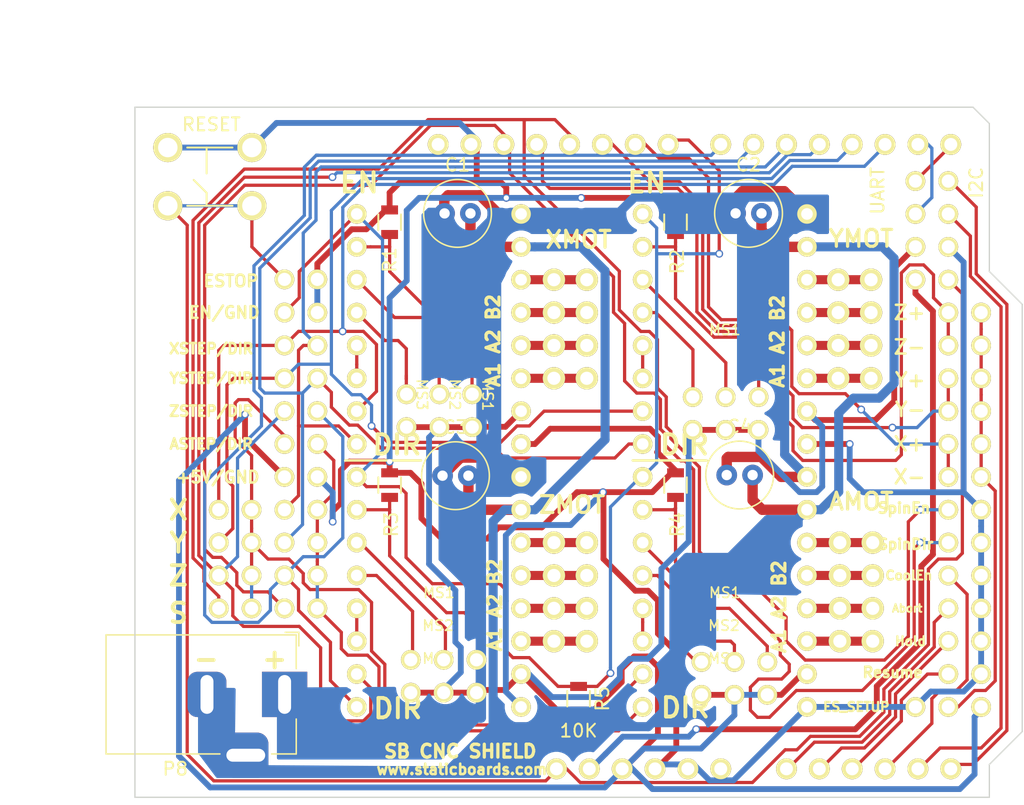
<source format=kicad_pcb>
(kicad_pcb (version 20171130) (host pcbnew 5.1.6-c6e7f7d~87~ubuntu20.04.1)
  (layers (0 F.Cu signal) (31 B.Cu signal hide) (34 B.Paste user) (35 F.Paste user) (36 B.SilkS user) (37 F.SilkS user) (38 B.Mask user) (39 F.Mask user) (44 Edge.Cuts user))
  (net 0 "")
  (net 1 RESET)
  (net 2 "Net-(U2-Pad5)")
  (net 3 "Net-(U3-Pad5)")
  (net 4 "Net-(U4-Pad5)")
  (net 5 "Net-(U5-Pad5)")
  (net 6 "Net-(P1-Pad1)")
  (net 7 "Net-(P1-Pad2)")
  (net 8 "Net-(P1-Pad3)")
  (net 9 "Net-(P1-Pad4)")
  (net 10 "Net-(P2-Pad1)")
  (net 11 "Net-(P2-Pad2)")
  (net 12 "Net-(P2-Pad3)")
  (net 13 "Net-(P2-Pad4)")
  (net 14 "Net-(P3-Pad1)")
  (net 15 "Net-(P3-Pad2)")
  (net 16 "Net-(P3-Pad3)")
  (net 17 "Net-(P3-Pad4)")
  (net 18 "Net-(P4-Pad1)")
  (net 19 "Net-(P4-Pad2)")
  (net 20 "Net-(P4-Pad3)")
  (net 21 "Net-(P4-Pad4)")
  (net 22 +5V)
  (net 23 "Net-(JP1-Pad2)")
  (net 24 "Net-(JP2-Pad2)")
  (net 25 "Net-(JP3-Pad2)")
  (net 26 "Net-(JP4-Pad2)")
  (net 27 "Net-(JP5-Pad2)")
  (net 28 "Net-(JP6-Pad2)")
  (net 29 "Net-(JP7-Pad2)")
  (net 30 "Net-(JP8-Pad2)")
  (net 31 "Net-(JP9-Pad2)")
  (net 32 "Net-(JP10-Pad2)")
  (net 33 "Net-(JP11-Pad2)")
  (net 34 "Net-(JP12-Pad2)")
  (net 35 GND)
  (net 36 EN)
  (net 37 XSTEP)
  (net 38 XDIR)
  (net 39 VIN)
  (net 40 YSTEP)
  (net 41 YDIR)
  (net 42 ZSTEP)
  (net 43 ZDIR)
  (net 44 ZLIMIT)
  (net 45 YLIMIT)
  (net 46 XLIMIT)
  (net 47 COOLANT)
  (net 48 SPIN_DIR)
  (net 49 SPIN_EN)
  (net 50 ABORT)
  (net 51 HOLD)
  (net 52 RESUME)
  (net 53 +3V3)
  (net 54 TX)
  (net 55 RX)
  (net 56 SDA)
  (net 57 SCL)
  (net 58 ASTEP)
  (net 59 ADIR)
  (net 60 EN_SETUP)
  (net 61 GNDA)
  (net 62 "Net-(U1-Pad23)")
  (net 63 "Net-(U1-Pad16)")
  (module Pin_Headers:Pin_Header_Straight_2x04 (layer F.Cu) (at 168.656 79.375)
    (fp_text reference P2 hide)
    (fp_text value YMOT (at 1.778 -3.175) (layer F.SilkS) (effects (font (size 1.3 1.3) (thickness 0.25))))
    (pad 1 thru_hole circle (at 0 0) (size 1.7272 1.7272) (drill 1.016) (layers *.Cu *.Mask F.SilkS) (net 10 "Net-(P2-Pad1)"))
    (pad 1 thru_hole oval (at 2.54 0) (size 1.7272 1.7272) (drill 1.016) (layers *.Cu *.Mask F.SilkS) (net 10 "Net-(P2-Pad1)"))
    (pad 2 thru_hole oval (at 0 2.54) (size 1.7272 1.7272) (drill 1.016) (layers *.Cu *.Mask F.SilkS) (net 11 "Net-(P2-Pad2)"))
    (pad 2 thru_hole oval (at 2.54 2.54) (size 1.7272 1.7272) (drill 1.016) (layers *.Cu *.Mask F.SilkS) (net 11 "Net-(P2-Pad2)"))
    (pad 3 thru_hole oval (at 0 5.08) (size 1.7272 1.7272) (drill 1.016) (layers *.Cu *.Mask F.SilkS) (net 12 "Net-(P2-Pad3)"))
    (pad 3 thru_hole oval (at 2.54 5.08) (size 1.7272 1.7272) (drill 1.016) (layers *.Cu *.Mask F.SilkS) (net 12 "Net-(P2-Pad3)"))
    (pad 4 thru_hole oval (at 0 7.62) (size 1.7272 1.7272) (drill 1.016) (layers *.Cu *.Mask F.SilkS) (net 13 "Net-(P2-Pad4)"))
    (pad 4 thru_hole oval (at 2.54 7.62) (size 1.7272 1.7272) (drill 1.016) (layers *.Cu *.Mask F.SilkS) (net 13 "Net-(P2-Pad4)"))
  )
  (module Pin_Headers:Pin_Header_Straight_2x04 (layer F.Cu) (at 168.783 99.695)
    (fp_text reference P4 hide)
    (fp_text value AMOT (at 1.651 -3.175) (layer F.SilkS) (effects (font (size 1.3 1.3) (thickness 0.25))))
    (pad 1 thru_hole circle (at 0 0) (size 1.7272 1.7272) (drill 1.016) (layers *.Cu *.Mask F.SilkS) (net 18 "Net-(P4-Pad1)"))
    (pad 1 thru_hole oval (at 2.54 0) (size 1.7272 1.7272) (drill 1.016) (layers *.Cu *.Mask F.SilkS) (net 18 "Net-(P4-Pad1)"))
    (pad 2 thru_hole oval (at 0 2.54) (size 1.7272 1.7272) (drill 1.016) (layers *.Cu *.Mask F.SilkS) (net 19 "Net-(P4-Pad2)"))
    (pad 2 thru_hole oval (at 2.54 2.54) (size 1.7272 1.7272) (drill 1.016) (layers *.Cu *.Mask F.SilkS) (net 19 "Net-(P4-Pad2)"))
    (pad 3 thru_hole oval (at 0 5.08) (size 1.7272 1.7272) (drill 1.016) (layers *.Cu *.Mask F.SilkS) (net 20 "Net-(P4-Pad3)"))
    (pad 3 thru_hole oval (at 2.54 5.08) (size 1.7272 1.7272) (drill 1.016) (layers *.Cu *.Mask F.SilkS) (net 20 "Net-(P4-Pad3)"))
    (pad 4 thru_hole oval (at 0 7.62) (size 1.7272 1.7272) (drill 1.016) (layers *.Cu *.Mask F.SilkS) (net 21 "Net-(P4-Pad4)"))
    (pad 4 thru_hole oval (at 2.54 7.62) (size 1.7272 1.7272) (drill 1.016) (layers *.Cu *.Mask F.SilkS) (net 21 "Net-(P4-Pad4)"))
  )
  (module Pin_Headers:Pin_Header_Straight_2x04 (layer F.Cu) (at 146.685 99.695)
    (fp_text reference P3 hide)
    (fp_text value ZMOT (at 1.397 -2.921) (layer F.SilkS) (effects (font (size 1.3 1.3) (thickness 0.25))))
    (pad 1 thru_hole circle (at 0 0) (size 1.7272 1.7272) (drill 1.016) (layers *.Cu *.Mask F.SilkS) (net 14 "Net-(P3-Pad1)"))
    (pad 1 thru_hole oval (at 2.54 0) (size 1.7272 1.7272) (drill 1.016) (layers *.Cu *.Mask F.SilkS) (net 14 "Net-(P3-Pad1)"))
    (pad 2 thru_hole oval (at 0 2.54) (size 1.7272 1.7272) (drill 1.016) (layers *.Cu *.Mask F.SilkS) (net 15 "Net-(P3-Pad2)"))
    (pad 2 thru_hole oval (at 2.54 2.54) (size 1.7272 1.7272) (drill 1.016) (layers *.Cu *.Mask F.SilkS) (net 15 "Net-(P3-Pad2)"))
    (pad 3 thru_hole oval (at 0 5.08) (size 1.7272 1.7272) (drill 1.016) (layers *.Cu *.Mask F.SilkS) (net 16 "Net-(P3-Pad3)"))
    (pad 3 thru_hole oval (at 2.54 5.08) (size 1.7272 1.7272) (drill 1.016) (layers *.Cu *.Mask F.SilkS) (net 16 "Net-(P3-Pad3)"))
    (pad 4 thru_hole oval (at 0 7.62) (size 1.7272 1.7272) (drill 1.016) (layers *.Cu *.Mask F.SilkS) (net 17 "Net-(P3-Pad4)"))
    (pad 4 thru_hole oval (at 2.54 7.62) (size 1.7272 1.7272) (drill 1.016) (layers *.Cu *.Mask F.SilkS) (net 17 "Net-(P3-Pad4)"))
  )
  (module Pin_Headers:Pin_Header_Straight_2x04 (layer F.Cu) (at 146.685 79.375)
    (fp_text reference P1 hide)
    (fp_text value XMOT (at 1.905 -3.1) (layer F.SilkS) (effects (font (size 1.3 1.3) (thickness 0.25))))
    (pad 1 thru_hole circle (at 0 0) (size 1.7272 1.7272) (drill 1.016) (layers *.Cu *.Mask F.SilkS) (net 6 "Net-(P1-Pad1)"))
    (pad 1 thru_hole oval (at 2.54 0) (size 1.7272 1.7272) (drill 1.016) (layers *.Cu *.Mask F.SilkS) (net 6 "Net-(P1-Pad1)"))
    (pad 2 thru_hole oval (at 0 2.54) (size 1.7272 1.7272) (drill 1.016) (layers *.Cu *.Mask F.SilkS) (net 7 "Net-(P1-Pad2)"))
    (pad 2 thru_hole oval (at 2.54 2.54) (size 1.7272 1.7272) (drill 1.016) (layers *.Cu *.Mask F.SilkS) (net 7 "Net-(P1-Pad2)"))
    (pad 3 thru_hole oval (at 0 5.08) (size 1.7272 1.7272) (drill 1.016) (layers *.Cu *.Mask F.SilkS) (net 8 "Net-(P1-Pad3)"))
    (pad 3 thru_hole oval (at 2.54 5.08) (size 1.7272 1.7272) (drill 1.016) (layers *.Cu *.Mask F.SilkS) (net 8 "Net-(P1-Pad3)"))
    (pad 4 thru_hole oval (at 0 7.62) (size 1.7272 1.7272) (drill 1.016) (layers *.Cu *.Mask F.SilkS) (net 9 "Net-(P1-Pad4)"))
    (pad 4 thru_hole oval (at 2.54 7.62) (size 1.7272 1.7272) (drill 1.016) (layers *.Cu *.Mask F.SilkS) (net 9 "Net-(P1-Pad4)"))
  )
  (module Pin_Headers:Pin_Header_Straight_1x04 (layer F.Cu) (at 177.165 79.375 180)
    (fp_text reference P6 hide)
    (fp_text value I2C (at -2.159 7.493 270) (layer F.SilkS))
    (pad 1 thru_hole circle (at 0 0 180) (size 1.524 1.524) (drill 1.016) (layers *.Cu *.Mask F.SilkS) (net 1 RESET))
    (pad 2 thru_hole circle (at 0 2.54 180) (size 1.524 1.524) (drill 1.016) (layers *.Cu *.Mask F.SilkS) (net 35 GND))
    (pad 3 thru_hole circle (at 0 5.08 180) (size 1.524 1.524) (drill 1.016) (layers *.Cu *.Mask F.SilkS) (net 56 SDA))
    (pad 4 thru_hole circle (at 0 7.62 180) (size 1.524 1.524) (drill 1.016) (layers *.Cu *.Mask F.SilkS) (net 57 SCL))
  )
  (module Pin_Headers:Pin_Header_Straight_1x04 (layer F.Cu) (at 174.625 79.375 180)
    (fp_text reference P5 hide)
    (fp_text value UART (at 2.921 6.873952 270) (layer F.SilkS))
    (pad 1 thru_hole circle (at 0 0 180) (size 1.524 1.524) (drill 1.016) (layers *.Cu *.Mask F.SilkS) (net 53 +3V3))
    (pad 2 thru_hole circle (at 0 2.54 180) (size 1.524 1.524) (drill 1.016) (layers *.Cu *.Mask F.SilkS) (net 22 +5V))
    (pad 3 thru_hole circle (at 0 5.08 180) (size 1.524 1.524) (drill 1.016) (layers *.Cu *.Mask F.SilkS) (net 54 TX))
    (pad 4 thru_hole circle (at 0 7.62 180) (size 1.524 1.524) (drill 1.016) (layers *.Cu *.Mask F.SilkS) (net 55 RX))
  )
  (module Pin_Headers:Pin_Header_Straight_1x03 (layer F.Cu) (at 179.705 112.395 270)
    (fp_text reference P7 hide)
    (fp_text value ES_SETUP (at 0 9.652) (layer F.SilkS) (effects (font (size 0.7 0.7) (thickness 0.175))))
    (pad 1 thru_hole circle (at 0 0 270) (size 1.524 1.524) (drill 1.016) (layers *.Cu *.Mask F.SilkS) (net 22 +5V))
    (pad 2 thru_hole circle (at 0 2.54 270) (size 1.524 1.524) (drill 1.016) (layers *.Cu *.Mask F.SilkS) (net 60 EN_SETUP))
    (pad 3 thru_hole circle (at 0 5.08 270) (size 1.524 1.524) (drill 1.016) (layers *.Cu *.Mask F.SilkS) (net 35 GND))
  )
  (module footprints:ARDUINO_SHIELD (layer F.Cu) (at 113.85804 119.72036)
    (fp_text reference U1 hide)
    (fp_text value ARDUINO_UNO_SHIELD hide)
    (pad 17 thru_hole circle (at 63.5 -2.54 90) (size 1.61 1.61) (drill 1) (layers *.Cu *.Mask F.SilkS) (net 57 SCL))
    (pad 18 thru_hole circle (at 60.96 -2.54 90) (size 1.61 1.61) (drill 1) (layers *.Cu *.Mask F.SilkS) (net 56 SDA))
    (pad 19 thru_hole circle (at 58.42 -2.54 90) (size 1.61 1.61) (drill 1) (layers *.Cu *.Mask F.SilkS) (net 47 COOLANT))
    (pad 22 thru_hole circle (at 50.8 -2.54 90) (size 1.61 1.61) (drill 1) (layers *.Cu *.Mask F.SilkS) (net 50 ABORT))
    (pad 21 thru_hole circle (at 53.34 -2.54 90) (size 1.61 1.61) (drill 1) (layers *.Cu *.Mask F.SilkS) (net 51 HOLD))
    (pad 20 thru_hole circle (at 55.88 -2.54 90) (size 1.61 1.61) (drill 1) (layers *.Cu *.Mask F.SilkS) (net 52 RESUME))
    (pad 23 thru_hole circle (at 45.72 -2.54 90) (size 1.61 1.61) (drill 1) (layers *.Cu *.Mask F.SilkS) (net 62 "Net-(U1-Pad23)"))
    (pad 24 thru_hole circle (at 43.18 -2.54 90) (size 1.61 1.61) (drill 1) (layers *.Cu *.Mask F.SilkS) (net 35 GND))
    (pad 25 thru_hole circle (at 40.64 -2.54 90) (size 1.61 1.61) (drill 1) (layers *.Cu *.Mask F.SilkS) (net 35 GND))
    (pad 27 thru_hole circle (at 35.56 -2.54 90) (size 1.61 1.61) (drill 1) (layers *.Cu *.Mask F.SilkS) (net 53 +3V3))
    (pad 28 thru_hole circle (at 33.02 -2.54 90) (size 1.61 1.61) (drill 1) (layers *.Cu *.Mask F.SilkS) (net 1 RESET))
    (pad 1 thru_hole circle (at 63.5 -50.8 90) (size 1.61 1.61) (drill 1) (layers *.Cu *.Mask F.SilkS) (net 55 RX))
    (pad 2 thru_hole circle (at 60.96 -50.8 90) (size 1.61 1.61) (drill 1) (layers *.Cu *.Mask F.SilkS) (net 54 TX))
    (pad 3 thru_hole circle (at 58.42 -50.8 90) (size 1.61 1.61) (drill 1) (layers *.Cu *.Mask F.SilkS) (net 37 XSTEP))
    (pad 4 thru_hole circle (at 55.88 -50.8 90) (size 1.61 1.61) (drill 1) (layers *.Cu *.Mask F.SilkS) (net 40 YSTEP))
    (pad 5 thru_hole circle (at 53.34 -50.8 90) (size 1.61 1.61) (drill 1) (layers *.Cu *.Mask F.SilkS) (net 42 ZSTEP))
    (pad 6 thru_hole circle (at 50.8 -50.8 90) (size 1.61 1.61) (drill 1) (layers *.Cu *.Mask F.SilkS) (net 38 XDIR))
    (pad 7 thru_hole circle (at 48.26 -50.8 90) (size 1.61 1.61) (drill 1) (layers *.Cu *.Mask F.SilkS) (net 41 YDIR))
    (pad 8 thru_hole circle (at 45.72 -50.8 90) (size 1.61 1.61) (drill 1) (layers *.Cu *.Mask F.SilkS) (net 43 ZDIR))
    (pad 9 thru_hole circle (at 41.656 -50.8 90) (size 1.61 1.61) (drill 1) (layers *.Cu *.Mask F.SilkS) (net 36 EN))
    (pad 10 thru_hole circle (at 39.116 -50.8 90) (size 1.61 1.61) (drill 1) (layers *.Cu *.Mask F.SilkS) (net 46 XLIMIT))
    (pad 11 thru_hole circle (at 36.576 -50.8 90) (size 1.61 1.61) (drill 1) (layers *.Cu *.Mask F.SilkS) (net 45 YLIMIT))
    (pad 12 thru_hole circle (at 34.036 -50.8 90) (size 1.61 1.61) (drill 1) (layers *.Cu *.Mask F.SilkS) (net 49 SPIN_EN))
    (pad 13 thru_hole circle (at 31.496 -50.8 90) (size 1.61 1.61) (drill 1) (layers *.Cu *.Mask F.SilkS) (net 44 ZLIMIT))
    (pad 14 thru_hole circle (at 28.956 -50.8 90) (size 1.61 1.61) (drill 1) (layers *.Cu *.Mask F.SilkS) (net 48 SPIN_DIR))
    (pad 15 thru_hole circle (at 26.416 -50.8 90) (size 1.61 1.61) (drill 1) (layers *.Cu *.Mask F.SilkS) (net 35 GND))
    (pad 16 thru_hole circle (at 23.876 -50.8 90) (size 1.61 1.61) (drill 1) (layers *.Cu *.Mask F.SilkS) (net 63 "Net-(U1-Pad16)"))
    (pad 26 thru_hole circle (at 38.1 -2.54 90) (size 1.61 1.61) (drill 1) (layers *.Cu *.Mask F.SilkS) (net 22 +5V))
  )
  (module footprints:SWITCH_TACTILE_6.5_PTH (layer F.Cu) (at 116.84 73.66)
    (fp_text reference SW1 hide)
    (fp_text value RESET (at 3.3655 -6.2865 180) (layer F.SilkS))
    (pad 3 thru_hole circle (at 0 0) (size 2.25 2.25) (drill 1.5) (layers *.Cu *.Mask F.SilkS) (net 1 RESET))
    (pad 4 thru_hole circle (at 6.5 0) (size 2.25 2.25) (drill 1.5) (layers *.Cu *.Mask F.SilkS) (net 1 RESET))
    (pad 1 thru_hole circle (at 0 -4.5) (size 2.25 2.25) (drill 1.5) (layers *.Cu *.Mask F.SilkS) (net 35 GND))
    (pad 2 thru_hole circle (at 6.5 -4.5) (size 2.25 2.25) (drill 1.5) (layers *.Cu *.Mask F.SilkS) (net 35 GND))
  )
  (module footprints:POLOLU_STEPPER_DRIVER (layer F.Cu) (at 131.445 74.295 270)
    (fp_text reference U2 hide)
    (fp_text value X hide)
    (pad 1 thru_hole circle (at 0 0 270) (size 1.51 1.51) (drill 0.9) (layers *.Cu *.Mask F.SilkS) (net 36 EN))
    (pad 2 thru_hole circle (at 2.54 0 270) (size 1.51 1.51) (drill 0.9) (layers *.Cu *.Mask F.SilkS) (net 23 "Net-(JP1-Pad2)"))
    (pad 3 thru_hole circle (at 5.08 0 270) (size 1.51 1.51) (drill 0.9) (layers *.Cu *.Mask F.SilkS) (net 24 "Net-(JP2-Pad2)"))
    (pad 4 thru_hole circle (at 7.62 0 270) (size 1.51 1.51) (drill 0.9) (layers *.Cu *.Mask F.SilkS) (net 25 "Net-(JP3-Pad2)"))
    (pad 5 thru_hole circle (at 10.16 0 270) (size 1.51 1.51) (drill 0.9) (layers *.Cu *.Mask F.SilkS) (net 2 "Net-(U2-Pad5)"))
    (pad 6 thru_hole circle (at 12.7 0 270) (size 1.51 1.51) (drill 0.9) (layers *.Cu *.Mask F.SilkS) (net 2 "Net-(U2-Pad5)"))
    (pad 7 thru_hole circle (at 15.24 0 270) (size 1.51 1.51) (drill 0.9) (layers *.Cu *.Mask F.SilkS) (net 37 XSTEP))
    (pad 8 thru_hole circle (at 17.78 0 270) (size 1.51 1.51) (drill 0.9) (layers *.Cu *.Mask F.SilkS) (net 38 XDIR))
    (pad 9 thru_hole circle (at 17.78 -12.7 270) (size 1.51 1.51) (drill 0.9) (layers *.Cu *.Mask F.SilkS) (net 35 GND))
    (pad 10 thru_hole circle (at 15.24 -12.7 270) (size 1.51 1.51) (drill 0.9) (layers *.Cu *.Mask F.SilkS) (net 22 +5V))
    (pad 11 thru_hole circle (at 12.7 -12.7 270) (size 1.51 1.51) (drill 0.9) (layers *.Cu *.Mask F.SilkS) (net 9 "Net-(P1-Pad4)"))
    (pad 12 thru_hole circle (at 10.16 -12.7 270) (size 1.51 1.51) (drill 0.9) (layers *.Cu *.Mask F.SilkS) (net 8 "Net-(P1-Pad3)"))
    (pad 13 thru_hole circle (at 7.62 -12.7 270) (size 1.51 1.51) (drill 0.9) (layers *.Cu *.Mask F.SilkS) (net 7 "Net-(P1-Pad2)"))
    (pad 14 thru_hole circle (at 5.08 -12.7 270) (size 1.51 1.51) (drill 0.9) (layers *.Cu *.Mask F.SilkS) (net 6 "Net-(P1-Pad1)"))
    (pad 15 thru_hole circle (at 2.54 -12.7 270) (size 1.51 1.51) (drill 0.9) (layers *.Cu *.Mask F.SilkS) (net 61 GNDA))
    (pad 16 thru_hole circle (at 0 -12.7 270) (size 1.51 1.51) (drill 0.9) (layers *.Cu *.Mask F.SilkS) (net 39 VIN))
  )
  (module footprints:POLOLU_STEPPER_DRIVER (layer F.Cu) (at 131.445 94.615 270)
    (fp_text reference U4 hide)
    (fp_text value Z hide)
    (pad 1 thru_hole circle (at 0 0 270) (size 1.51 1.51) (drill 0.9) (layers *.Cu *.Mask F.SilkS) (net 36 EN))
    (pad 2 thru_hole circle (at 2.54 0 270) (size 1.51 1.51) (drill 0.9) (layers *.Cu *.Mask F.SilkS) (net 29 "Net-(JP7-Pad2)"))
    (pad 3 thru_hole circle (at 5.08 0 270) (size 1.51 1.51) (drill 0.9) (layers *.Cu *.Mask F.SilkS) (net 30 "Net-(JP8-Pad2)"))
    (pad 4 thru_hole circle (at 7.62 0 270) (size 1.51 1.51) (drill 0.9) (layers *.Cu *.Mask F.SilkS) (net 31 "Net-(JP9-Pad2)"))
    (pad 5 thru_hole circle (at 10.16 0 270) (size 1.51 1.51) (drill 0.9) (layers *.Cu *.Mask F.SilkS) (net 4 "Net-(U4-Pad5)"))
    (pad 6 thru_hole circle (at 12.7 0 270) (size 1.51 1.51) (drill 0.9) (layers *.Cu *.Mask F.SilkS) (net 4 "Net-(U4-Pad5)"))
    (pad 7 thru_hole circle (at 15.24 0 270) (size 1.51 1.51) (drill 0.9) (layers *.Cu *.Mask F.SilkS) (net 42 ZSTEP))
    (pad 8 thru_hole circle (at 17.78 0 270) (size 1.51 1.51) (drill 0.9) (layers *.Cu *.Mask F.SilkS) (net 43 ZDIR))
    (pad 9 thru_hole circle (at 17.78 -12.7 270) (size 1.51 1.51) (drill 0.9) (layers *.Cu *.Mask F.SilkS) (net 35 GND))
    (pad 10 thru_hole circle (at 15.24 -12.7 270) (size 1.51 1.51) (drill 0.9) (layers *.Cu *.Mask F.SilkS) (net 22 +5V))
    (pad 11 thru_hole circle (at 12.7 -12.7 270) (size 1.51 1.51) (drill 0.9) (layers *.Cu *.Mask F.SilkS) (net 17 "Net-(P3-Pad4)"))
    (pad 12 thru_hole circle (at 10.16 -12.7 270) (size 1.51 1.51) (drill 0.9) (layers *.Cu *.Mask F.SilkS) (net 16 "Net-(P3-Pad3)"))
    (pad 13 thru_hole circle (at 7.62 -12.7 270) (size 1.51 1.51) (drill 0.9) (layers *.Cu *.Mask F.SilkS) (net 15 "Net-(P3-Pad2)"))
    (pad 14 thru_hole circle (at 5.08 -12.7 270) (size 1.51 1.51) (drill 0.9) (layers *.Cu *.Mask F.SilkS) (net 14 "Net-(P3-Pad1)"))
    (pad 15 thru_hole circle (at 2.54 -12.7 270) (size 1.51 1.51) (drill 0.9) (layers *.Cu *.Mask F.SilkS) (net 61 GNDA))
    (pad 16 thru_hole circle (at 0 -12.7 270) (size 1.51 1.51) (drill 0.9) (layers *.Cu *.Mask F.SilkS) (net 39 VIN))
  )
  (module footprints:POLOLU_STEPPER_DRIVER (layer F.Cu) (at 153.543 94.615 270)
    (fp_text reference U5 hide)
    (fp_text value A hide)
    (pad 1 thru_hole circle (at 0 0 270) (size 1.51 1.51) (drill 0.9) (layers *.Cu *.Mask F.SilkS) (net 36 EN))
    (pad 2 thru_hole circle (at 2.54 0 270) (size 1.51 1.51) (drill 0.9) (layers *.Cu *.Mask F.SilkS) (net 32 "Net-(JP10-Pad2)"))
    (pad 3 thru_hole circle (at 5.08 0 270) (size 1.51 1.51) (drill 0.9) (layers *.Cu *.Mask F.SilkS) (net 33 "Net-(JP11-Pad2)"))
    (pad 4 thru_hole circle (at 7.62 0 270) (size 1.51 1.51) (drill 0.9) (layers *.Cu *.Mask F.SilkS) (net 34 "Net-(JP12-Pad2)"))
    (pad 5 thru_hole circle (at 10.16 0 270) (size 1.51 1.51) (drill 0.9) (layers *.Cu *.Mask F.SilkS) (net 5 "Net-(U5-Pad5)"))
    (pad 6 thru_hole circle (at 12.7 0 270) (size 1.51 1.51) (drill 0.9) (layers *.Cu *.Mask F.SilkS) (net 5 "Net-(U5-Pad5)"))
    (pad 7 thru_hole circle (at 15.24 0 270) (size 1.51 1.51) (drill 0.9) (layers *.Cu *.Mask F.SilkS) (net 58 ASTEP))
    (pad 8 thru_hole circle (at 17.78 0 270) (size 1.51 1.51) (drill 0.9) (layers *.Cu *.Mask F.SilkS) (net 59 ADIR))
    (pad 9 thru_hole circle (at 17.78 -12.7 270) (size 1.51 1.51) (drill 0.9) (layers *.Cu *.Mask F.SilkS) (net 35 GND))
    (pad 10 thru_hole circle (at 15.24 -12.7 270) (size 1.51 1.51) (drill 0.9) (layers *.Cu *.Mask F.SilkS) (net 22 +5V))
    (pad 11 thru_hole circle (at 12.7 -12.7 270) (size 1.51 1.51) (drill 0.9) (layers *.Cu *.Mask F.SilkS) (net 21 "Net-(P4-Pad4)"))
    (pad 12 thru_hole circle (at 10.16 -12.7 270) (size 1.51 1.51) (drill 0.9) (layers *.Cu *.Mask F.SilkS) (net 20 "Net-(P4-Pad3)"))
    (pad 13 thru_hole circle (at 7.62 -12.7 270) (size 1.51 1.51) (drill 0.9) (layers *.Cu *.Mask F.SilkS) (net 19 "Net-(P4-Pad2)"))
    (pad 14 thru_hole circle (at 5.08 -12.7 270) (size 1.51 1.51) (drill 0.9) (layers *.Cu *.Mask F.SilkS) (net 18 "Net-(P4-Pad1)"))
    (pad 15 thru_hole circle (at 2.54 -12.7 270) (size 1.51 1.51) (drill 0.9) (layers *.Cu *.Mask F.SilkS) (net 61 GNDA))
    (pad 16 thru_hole circle (at 0 -12.7 270) (size 1.51 1.51) (drill 0.9) (layers *.Cu *.Mask F.SilkS) (net 39 VIN))
  )
  (module footprints:POLOLU_STEPPER_DRIVER (layer F.Cu) (at 153.543 74.295 270)
    (fp_text reference U3 hide)
    (fp_text value Y hide)
    (pad 1 thru_hole circle (at 0 0 270) (size 1.51 1.51) (drill 0.9) (layers *.Cu *.Mask F.SilkS) (net 36 EN))
    (pad 2 thru_hole circle (at 2.54 0 270) (size 1.51 1.51) (drill 0.9) (layers *.Cu *.Mask F.SilkS) (net 26 "Net-(JP4-Pad2)"))
    (pad 3 thru_hole circle (at 5.08 0 270) (size 1.51 1.51) (drill 0.9) (layers *.Cu *.Mask F.SilkS) (net 27 "Net-(JP5-Pad2)"))
    (pad 4 thru_hole circle (at 7.62 0 270) (size 1.51 1.51) (drill 0.9) (layers *.Cu *.Mask F.SilkS) (net 28 "Net-(JP6-Pad2)"))
    (pad 5 thru_hole circle (at 10.16 0 270) (size 1.51 1.51) (drill 0.9) (layers *.Cu *.Mask F.SilkS) (net 3 "Net-(U3-Pad5)"))
    (pad 6 thru_hole circle (at 12.7 0 270) (size 1.51 1.51) (drill 0.9) (layers *.Cu *.Mask F.SilkS) (net 3 "Net-(U3-Pad5)"))
    (pad 7 thru_hole circle (at 15.24 0 270) (size 1.51 1.51) (drill 0.9) (layers *.Cu *.Mask F.SilkS) (net 40 YSTEP))
    (pad 8 thru_hole circle (at 17.78 0 270) (size 1.51 1.51) (drill 0.9) (layers *.Cu *.Mask F.SilkS) (net 41 YDIR))
    (pad 9 thru_hole circle (at 17.78 -12.7 270) (size 1.51 1.51) (drill 0.9) (layers *.Cu *.Mask F.SilkS) (net 35 GND))
    (pad 10 thru_hole circle (at 15.24 -12.7 270) (size 1.51 1.51) (drill 0.9) (layers *.Cu *.Mask F.SilkS) (net 22 +5V))
    (pad 11 thru_hole circle (at 12.7 -12.7 270) (size 1.51 1.51) (drill 0.9) (layers *.Cu *.Mask F.SilkS) (net 13 "Net-(P2-Pad4)"))
    (pad 12 thru_hole circle (at 10.16 -12.7 270) (size 1.51 1.51) (drill 0.9) (layers *.Cu *.Mask F.SilkS) (net 12 "Net-(P2-Pad3)"))
    (pad 13 thru_hole circle (at 7.62 -12.7 270) (size 1.51 1.51) (drill 0.9) (layers *.Cu *.Mask F.SilkS) (net 11 "Net-(P2-Pad2)"))
    (pad 14 thru_hole circle (at 5.08 -12.7 270) (size 1.51 1.51) (drill 0.9) (layers *.Cu *.Mask F.SilkS) (net 10 "Net-(P2-Pad1)"))
    (pad 15 thru_hole circle (at 2.54 -12.7 270) (size 1.51 1.51) (drill 0.9) (layers *.Cu *.Mask F.SilkS) (net 61 GNDA))
    (pad 16 thru_hole circle (at 0 -12.7 270) (size 1.51 1.51) (drill 0.9) (layers *.Cu *.Mask F.SilkS) (net 39 VIN))
  )
  (module Resistors_SMD:R_0805 (layer F.Cu) (at 133.985 74.93 90)
    (fp_text reference R1 (at -2.921 0 90) (layer F.SilkS))
    (fp_text value 100K hide)
    (pad 1 smd rect (at -0.95 0 90) (size 0.7 1.3) (layers F.Cu F.Paste F.Mask) (net 23 "Net-(JP1-Pad2)"))
    (pad 2 smd rect (at 0.95 0 90) (size 0.7 1.3) (layers F.Cu F.Paste F.Mask) (net 35 GND))
  )
  (module Resistors_SMD:R_0805 (layer F.Cu) (at 156.083 74.93 90)
    (fp_text reference R2 (at -3.048 0.127 90) (layer F.SilkS))
    (fp_text value 100K hide)
    (pad 1 smd rect (at -0.95 0 90) (size 0.7 1.3) (layers F.Cu F.Paste F.Mask) (net 26 "Net-(JP4-Pad2)"))
    (pad 2 smd rect (at 0.95 0 90) (size 0.7 1.3) (layers F.Cu F.Paste F.Mask) (net 35 GND))
  )
  (module Resistors_SMD:R_0805 (layer F.Cu) (at 133.985 95.25 90)
    (fp_text reference R3 (at -3.048 0.127 90) (layer F.SilkS))
    (fp_text value 100K hide)
    (pad 1 smd rect (at -0.95 0 90) (size 0.7 1.3) (layers F.Cu F.Paste F.Mask) (net 29 "Net-(JP7-Pad2)"))
    (pad 2 smd rect (at 0.95 0 90) (size 0.7 1.3) (layers F.Cu F.Paste F.Mask) (net 35 GND))
  )
  (module Resistors_SMD:R_0805 (layer F.Cu) (at 156.083 95.25 90)
    (fp_text reference R4 (at -3.048 0.127 90) (layer F.SilkS))
    (fp_text value 100K hide)
    (pad 1 smd rect (at -0.95 0 90) (size 0.7 1.3) (layers F.Cu F.Paste F.Mask) (net 32 "Net-(JP10-Pad2)"))
    (pad 2 smd rect (at 0.95 0 90) (size 0.7 1.3) (layers F.Cu F.Paste F.Mask) (net 35 GND))
  )
  (module Resistors_SMD:R_0805 (layer F.Cu) (at 148.59 111.76 90)
    (fp_text reference R5 (at 0 1.8415 90) (layer F.SilkS))
    (fp_text value 10K (at -2.4765 0 180) (layer F.SilkS))
    (pad 1 smd rect (at -0.95 0 90) (size 0.7 1.3) (layers F.Cu F.Paste F.Mask) (net 22 +5V))
    (pad 2 smd rect (at 0.95 0 90) (size 0.7 1.3) (layers F.Cu F.Paste F.Mask) (net 36 EN))
  )
  (module footprints:Pin_100mil_Header_Straight_1x02 (layer F.Cu) (at 140.37056 90.76944 180)
    (fp_text reference JP1 hide)
    (fp_text value Jumper_NO_Small hide)
    (pad 1 thru_hole circle (at 0 0 180) (size 1.524 1.524) (drill 1.016) (layers *.Cu *.Mask F.SilkS) (net 22 +5V))
    (pad 2 thru_hole circle (at 0 2.54 180) (size 1.524 1.524) (drill 1.016) (layers *.Cu *.Mask F.SilkS) (net 23 "Net-(JP1-Pad2)"))
  )
  (module footprints:Pin_100mil_Header_Straight_1x02 (layer F.Cu) (at 137.83056 90.76944 180)
    (fp_text reference JP2 hide)
    (fp_text value Jumper_NO_Small hide)
    (pad 1 thru_hole circle (at 0 0 180) (size 1.524 1.524) (drill 1.016) (layers *.Cu *.Mask F.SilkS) (net 22 +5V))
    (pad 2 thru_hole circle (at 0 2.54 180) (size 1.524 1.524) (drill 1.016) (layers *.Cu *.Mask F.SilkS) (net 24 "Net-(JP2-Pad2)"))
  )
  (module footprints:Pin_100mil_Header_Straight_1x02 (layer F.Cu) (at 135.29056 90.76944 180)
    (fp_text reference JP3 hide)
    (fp_text value Jumper_NO_Small hide)
    (pad 1 thru_hole circle (at 0 0 180) (size 1.524 1.524) (drill 1.016) (layers *.Cu *.Mask F.SilkS) (net 22 +5V))
    (pad 2 thru_hole circle (at 0 2.54 180) (size 1.524 1.524) (drill 1.016) (layers *.Cu *.Mask F.SilkS) (net 25 "Net-(JP3-Pad2)"))
  )
  (module footprints:Pin_100mil_Header_Straight_1x02 (layer F.Cu) (at 140.70076 111.29264 180)
    (fp_text reference JP7 hide)
    (fp_text value Jumper_NO_Small hide)
    (pad 1 thru_hole circle (at 0 0 180) (size 1.524 1.524) (drill 1.016) (layers *.Cu *.Mask F.SilkS) (net 22 +5V))
    (pad 2 thru_hole circle (at 0 2.54 180) (size 1.524 1.524) (drill 1.016) (layers *.Cu *.Mask F.SilkS) (net 29 "Net-(JP7-Pad2)"))
  )
  (module footprints:Pin_100mil_Header_Straight_1x02 (layer F.Cu) (at 138.16076 111.29264 180)
    (fp_text reference JP8 hide)
    (fp_text value Jumper_NO_Small hide)
    (pad 1 thru_hole circle (at 0 0 180) (size 1.524 1.524) (drill 1.016) (layers *.Cu *.Mask F.SilkS) (net 22 +5V))
    (pad 2 thru_hole circle (at 0 2.54 180) (size 1.524 1.524) (drill 1.016) (layers *.Cu *.Mask F.SilkS) (net 30 "Net-(JP8-Pad2)"))
  )
  (module footprints:Pin_100mil_Header_Straight_1x02 (layer F.Cu) (at 135.62076 111.29264 180)
    (fp_text reference JP9 hide)
    (fp_text value Jumper_NO_Small hide)
    (pad 1 thru_hole circle (at 0 0 180) (size 1.524 1.524) (drill 1.016) (layers *.Cu *.Mask F.SilkS) (net 22 +5V))
    (pad 2 thru_hole circle (at 0 2.54 180) (size 1.524 1.524) (drill 1.016) (layers *.Cu *.Mask F.SilkS) (net 31 "Net-(JP9-Pad2)"))
  )
  (module footprints:Pin_100mil_Header_Straight_1x02 (layer F.Cu) (at 162.49396 90.9828 180)
    (fp_text reference JP4 hide)
    (fp_text value Jumper_NO_Small hide)
    (pad 1 thru_hole circle (at 0 0 180) (size 1.524 1.524) (drill 1.016) (layers *.Cu *.Mask F.SilkS) (net 22 +5V))
    (pad 2 thru_hole circle (at 0 2.54 180) (size 1.524 1.524) (drill 1.016) (layers *.Cu *.Mask F.SilkS) (net 26 "Net-(JP4-Pad2)"))
  )
  (module footprints:Pin_100mil_Header_Straight_1x02 (layer F.Cu) (at 159.95396 90.9828 180)
    (fp_text reference JP5 hide)
    (fp_text value Jumper_NO_Small hide)
    (pad 1 thru_hole circle (at 0 0 180) (size 1.524 1.524) (drill 1.016) (layers *.Cu *.Mask F.SilkS) (net 22 +5V))
    (pad 2 thru_hole circle (at 0 2.54 180) (size 1.524 1.524) (drill 1.016) (layers *.Cu *.Mask F.SilkS) (net 27 "Net-(JP5-Pad2)"))
  )
  (module footprints:Pin_100mil_Header_Straight_1x02 (layer F.Cu) (at 157.41396 90.9828 180)
    (fp_text reference JP6 hide)
    (fp_text value Jumper_NO_Small hide)
    (pad 1 thru_hole circle (at 0 0 180) (size 1.524 1.524) (drill 1.016) (layers *.Cu *.Mask F.SilkS) (net 22 +5V))
    (pad 2 thru_hole circle (at 0 2.54 180) (size 1.524 1.524) (drill 1.016) (layers *.Cu *.Mask F.SilkS) (net 28 "Net-(JP6-Pad2)"))
  )
  (module footprints:Pin_100mil_Header_Straight_1x02 (layer F.Cu) (at 163.17468 111.46028 180)
    (fp_text reference JP10 hide)
    (fp_text value Jumper_NO_Small hide)
    (pad 1 thru_hole circle (at 0 0 180) (size 1.524 1.524) (drill 1.016) (layers *.Cu *.Mask F.SilkS) (net 22 +5V))
    (pad 2 thru_hole circle (at 0 2.54 180) (size 1.524 1.524) (drill 1.016) (layers *.Cu *.Mask F.SilkS) (net 32 "Net-(JP10-Pad2)"))
  )
  (module footprints:Pin_100mil_Header_Straight_1x02 (layer F.Cu) (at 160.63468 111.46028 180)
    (fp_text reference JP11 hide)
    (fp_text value Jumper_NO_Small hide)
    (pad 1 thru_hole circle (at 0 0 180) (size 1.524 1.524) (drill 1.016) (layers *.Cu *.Mask F.SilkS) (net 22 +5V))
    (pad 2 thru_hole circle (at 0 2.54 180) (size 1.524 1.524) (drill 1.016) (layers *.Cu *.Mask F.SilkS) (net 33 "Net-(JP11-Pad2)"))
  )
  (module footprints:Pin_100mil_Header_Straight_1x02 (layer F.Cu) (at 158.09468 111.46028 180)
    (fp_text reference JP12 hide)
    (fp_text value Jumper_NO_Small hide)
    (pad 1 thru_hole circle (at 0 0 180) (size 1.524 1.524) (drill 1.016) (layers *.Cu *.Mask F.SilkS) (net 22 +5V))
    (pad 2 thru_hole circle (at 0 2.54 180) (size 1.524 1.524) (drill 1.016) (layers *.Cu *.Mask F.SilkS) (net 34 "Net-(JP12-Pad2)"))
  )
  (module footprints:Pin_100mil_Header_Straight_1x02 (layer F.Cu) (at 179.705 81.915 270)
    (fp_text reference JP13 hide)
    (fp_text value Z+ (at 0 5.540571) (layer F.SilkS) (effects (font (size 1.1 1.1) (thickness 0.2))))
    (pad 1 thru_hole circle (at 0 0 270) (size 1.524 1.524) (drill 1.016) (layers *.Cu *.Mask F.SilkS) (net 60 EN_SETUP))
    (pad 2 thru_hole circle (at 0 2.54 270) (size 1.524 1.524) (drill 1.016) (layers *.Cu *.Mask F.SilkS) (net 44 ZLIMIT))
  )
  (module footprints:Pin_100mil_Header_Straight_1x02 (layer F.Cu) (at 179.705 84.455 270)
    (fp_text reference JP14 hide)
    (fp_text value Z- (at 0.127 5.540571) (layer F.SilkS) (effects (font (size 1.1 1.1) (thickness 0.2))))
    (pad 1 thru_hole circle (at 0 0 270) (size 1.524 1.524) (drill 1.016) (layers *.Cu *.Mask F.SilkS) (net 60 EN_SETUP))
    (pad 2 thru_hole circle (at 0 2.54 270) (size 1.524 1.524) (drill 1.016) (layers *.Cu *.Mask F.SilkS) (net 44 ZLIMIT))
  )
  (module footprints:Pin_100mil_Header_Straight_1x02 (layer F.Cu) (at 179.705 86.995 270)
    (fp_text reference JP15 hide)
    (fp_text value Y+ (at 0.127 5.492952) (layer F.SilkS) (effects (font (size 1.1 1.1) (thickness 0.2))))
    (pad 1 thru_hole circle (at 0 0 270) (size 1.524 1.524) (drill 1.016) (layers *.Cu *.Mask F.SilkS) (net 60 EN_SETUP))
    (pad 2 thru_hole circle (at 0 2.54 270) (size 1.524 1.524) (drill 1.016) (layers *.Cu *.Mask F.SilkS) (net 45 YLIMIT))
  )
  (module footprints:Pin_100mil_Header_Straight_1x02 (layer F.Cu) (at 179.705 89.535 270)
    (fp_text reference JP16 hide)
    (fp_text value Y- (at -0.127 5.492952) (layer F.SilkS) (effects (font (size 1.1 1.1) (thickness 0.2))))
    (pad 1 thru_hole circle (at 0 0 270) (size 1.524 1.524) (drill 1.016) (layers *.Cu *.Mask F.SilkS) (net 60 EN_SETUP))
    (pad 2 thru_hole circle (at 0 2.54 270) (size 1.524 1.524) (drill 1.016) (layers *.Cu *.Mask F.SilkS) (net 45 YLIMIT))
  )
  (module footprints:Pin_100mil_Header_Straight_1x02 (layer F.Cu) (at 179.705 92.075 270)
    (fp_text reference JP17 hide)
    (fp_text value X+ (at 0 5.540571) (layer F.SilkS) (effects (font (size 1.1 1.1) (thickness 0.2))))
    (pad 1 thru_hole circle (at 0 0 270) (size 1.524 1.524) (drill 1.016) (layers *.Cu *.Mask F.SilkS) (net 60 EN_SETUP))
    (pad 2 thru_hole circle (at 0 2.54 270) (size 1.524 1.524) (drill 1.016) (layers *.Cu *.Mask F.SilkS) (net 46 XLIMIT))
  )
  (module footprints:Pin_100mil_Header_Straight_1x02 (layer F.Cu) (at 179.705 94.615 270)
    (fp_text reference JP18 hide)
    (fp_text value X- (at 0 5.540571) (layer F.SilkS) (effects (font (size 1.1 1.1) (thickness 0.2))))
    (pad 1 thru_hole circle (at 0 0 270) (size 1.524 1.524) (drill 1.016) (layers *.Cu *.Mask F.SilkS) (net 60 EN_SETUP))
    (pad 2 thru_hole circle (at 0 2.54 270) (size 1.524 1.524) (drill 1.016) (layers *.Cu *.Mask F.SilkS) (net 46 XLIMIT))
  )
  (module footprints:Pin_100mil_Header_Straight_1x02 (layer F.Cu) (at 179.705 97.155 270)
    (fp_text reference JP19 hide)
    (fp_text value SpinEn (at -0.127 5.969) (layer F.SilkS) (effects (font (size 0.8 0.8) (thickness 0.2))))
    (pad 1 thru_hole circle (at 0 0 270) (size 1.524 1.524) (drill 1.016) (layers *.Cu *.Mask F.SilkS) (net 35 GND))
    (pad 2 thru_hole circle (at 0 2.54 270) (size 1.524 1.524) (drill 1.016) (layers *.Cu *.Mask F.SilkS) (net 49 SPIN_EN))
  )
  (module footprints:Pin_100mil_Header_Straight_1x02 (layer F.Cu) (at 179.705 99.695 270)
    (fp_text reference JP20 hide)
    (fp_text value SpinDir (at 0.127 5.842) (layer F.SilkS) (effects (font (size 0.8 0.8) (thickness 0.2))))
    (pad 1 thru_hole circle (at 0 0 270) (size 1.524 1.524) (drill 1.016) (layers *.Cu *.Mask F.SilkS) (net 35 GND))
    (pad 2 thru_hole circle (at 0 2.54 270) (size 1.524 1.524) (drill 1.016) (layers *.Cu *.Mask F.SilkS) (net 48 SPIN_DIR))
  )
  (module footprints:Pin_100mil_Header_Straight_1x02 (layer F.Cu) (at 179.705 102.235 270)
    (fp_text reference JP21 hide)
    (fp_text value CoolEn (at 0 5.588) (layer F.SilkS) (effects (font (size 0.7 0.7) (thickness 0.175))))
    (pad 1 thru_hole circle (at 0 0 270) (size 1.524 1.524) (drill 1.016) (layers *.Cu *.Mask F.SilkS) (net 35 GND))
    (pad 2 thru_hole circle (at 0 2.54 270) (size 1.524 1.524) (drill 1.016) (layers *.Cu *.Mask F.SilkS) (net 47 COOLANT))
  )
  (module footprints:Pin_100mil_Header_Straight_1x02 (layer F.Cu) (at 179.705 104.775 270)
    (fp_text reference JP22 hide)
    (fp_text value Abort (at 0 5.715) (layer F.SilkS) (effects (font (size 0.6 0.6))))
    (pad 1 thru_hole circle (at 0 0 270) (size 1.524 1.524) (drill 1.016) (layers *.Cu *.Mask F.SilkS) (net 35 GND))
    (pad 2 thru_hole circle (at 0 2.54 270) (size 1.524 1.524) (drill 1.016) (layers *.Cu *.Mask F.SilkS) (net 50 ABORT))
  )
  (module footprints:Pin_100mil_Header_Straight_1x02 (layer F.Cu) (at 179.705 107.315 270)
    (fp_text reference JP23 hide)
    (fp_text value Hold (at 0 5.461) (layer F.SilkS) (effects (font (size 0.7 0.7) (thickness 0.175))))
    (pad 1 thru_hole circle (at 0 0 270) (size 1.524 1.524) (drill 1.016) (layers *.Cu *.Mask F.SilkS) (net 35 GND))
    (pad 2 thru_hole circle (at 0 2.54 270) (size 1.524 1.524) (drill 1.016) (layers *.Cu *.Mask F.SilkS) (net 51 HOLD))
  )
  (module footprints:Pin_100mil_Header_Straight_1x02 (layer F.Cu) (at 179.705 109.855 270)
    (fp_text reference JP24 hide)
    (fp_text value Resume (at -0.127 6.843) (layer F.SilkS) (effects (font (size 0.8 0.8) (thickness 0.2))))
    (pad 1 thru_hole circle (at 0 0 270) (size 1.524 1.524) (drill 1.016) (layers *.Cu *.Mask F.SilkS) (net 35 GND))
    (pad 2 thru_hole circle (at 0 2.54 270) (size 1.524 1.524) (drill 1.016) (layers *.Cu *.Mask F.SilkS) (net 52 RESUME))
  )
  (module footprints:Pin_100mil_Header_Straight_1x02 (layer F.Cu) (at 128.397 79.3496 270)
    (fp_text reference JP25 hide)
    (fp_text value ESTOP (at 0.127 6.6802) (layer F.SilkS) (effects (font (size 0.9 0.9) (thickness 0.2))))
    (pad 1 thru_hole circle (at 0 0 270) (size 1.524 1.524) (drill 1.016) (layers *.Cu *.Mask F.SilkS) (net 35 GND))
    (pad 2 thru_hole circle (at 0 2.54 270) (size 1.524 1.524) (drill 1.016) (layers *.Cu *.Mask F.SilkS) (net 1 RESET))
  )
  (module footprints:Pin_100mil_Header_Straight_1x02 (layer F.Cu) (at 125.857 81.915 90)
    (fp_text reference JP26 hide)
    (fp_text value EN/GND (at 0 -4.6482 180) (layer F.SilkS) (effects (font (size 0.9 0.9) (thickness 0.2))))
    (pad 1 thru_hole circle (at 0 0 90) (size 1.524 1.524) (drill 1.016) (layers *.Cu *.Mask F.SilkS) (net 36 EN))
    (pad 2 thru_hole circle (at 0 2.54 90) (size 1.524 1.524) (drill 1.016) (layers *.Cu *.Mask F.SilkS) (net 35 GND))
  )
  (module footprints:Pin_100mil_Header_Straight_1x02 (layer F.Cu) (at 125.857 84.455 90)
    (fp_text reference JP27 hide)
    (fp_text value XSTEP/DIR (at -0.254 -5.6642 180) (layer F.SilkS) (effects (font (size 0.8 0.8) (thickness 0.2))))
    (pad 1 thru_hole circle (at 0 0 90) (size 1.524 1.524) (drill 1.016) (layers *.Cu *.Mask F.SilkS) (net 37 XSTEP))
    (pad 2 thru_hole circle (at 0 2.54 90) (size 1.524 1.524) (drill 1.016) (layers *.Cu *.Mask F.SilkS) (net 38 XDIR))
  )
  (module footprints:Pin_100mil_Header_Straight_1x02 (layer F.Cu) (at 125.857 86.995 90)
    (fp_text reference JP28 hide)
    (fp_text value YSTEP/DIR (at 0 -5.6642 180) (layer F.SilkS) (effects (font (size 0.8 0.8) (thickness 0.2))))
    (pad 1 thru_hole circle (at 0 0 90) (size 1.524 1.524) (drill 1.016) (layers *.Cu *.Mask F.SilkS) (net 40 YSTEP))
    (pad 2 thru_hole circle (at 0 2.54 90) (size 1.524 1.524) (drill 1.016) (layers *.Cu *.Mask F.SilkS) (net 41 YDIR))
  )
  (module footprints:Pin_100mil_Header_Straight_1x02 (layer F.Cu) (at 125.857 89.535 90)
    (fp_text reference JP29 hide)
    (fp_text value ZSTEP/DIR (at 0 -5.6642 180) (layer F.SilkS) (effects (font (size 0.8 0.8) (thickness 0.2))))
    (pad 1 thru_hole circle (at 0 0 90) (size 1.524 1.524) (drill 1.016) (layers *.Cu *.Mask F.SilkS) (net 42 ZSTEP))
    (pad 2 thru_hole circle (at 0 2.54 90) (size 1.524 1.524) (drill 1.016) (layers *.Cu *.Mask F.SilkS) (net 43 ZDIR))
  )
  (module footprints:Pin_100mil_Header_Straight_1x02 (layer F.Cu) (at 125.857 92.075 90)
    (fp_text reference JP30 hide)
    (fp_text value ASTEP/DIR (at 0 -5.6642 180) (layer F.SilkS) (effects (font (size 0.8 0.8) (thickness 0.2))))
    (pad 1 thru_hole circle (at 0 0 90) (size 1.524 1.524) (drill 1.016) (layers *.Cu *.Mask F.SilkS) (net 58 ASTEP))
    (pad 2 thru_hole circle (at 0 2.54 90) (size 1.524 1.524) (drill 1.016) (layers *.Cu *.Mask F.SilkS) (net 59 ADIR))
  )
  (module footprints:Pin_100mil_Header_Straight_1x02 (layer F.Cu) (at 125.857 94.615 90)
    (fp_text reference JP31 hide)
    (fp_text value +5V/GND (at -0.0254 -5.1562 180) (layer F.SilkS) (effects (font (size 0.9 0.9) (thickness 0.2))))
    (pad 1 thru_hole circle (at 0 0 90) (size 1.524 1.524) (drill 1.016) (layers *.Cu *.Mask F.SilkS) (net 22 +5V))
    (pad 2 thru_hole circle (at 0 2.54 90) (size 1.524 1.524) (drill 1.016) (layers *.Cu *.Mask F.SilkS) (net 35 GND))
  )
  (module footprints:Pin_100mil_Header_Straight_1x02 (layer F.Cu) (at 120.777 97.155 90)
    (fp_text reference JP32 hide)
    (fp_text value Jumper_NO_Small hide)
    (pad 1 thru_hole circle (at 0 0 90) (size 1.524 1.524) (drill 1.016) (layers *.Cu *.Mask F.SilkS) (net 37 XSTEP))
    (pad 2 thru_hole circle (at 0 2.54 90) (size 1.524 1.524) (drill 1.016) (layers *.Cu *.Mask F.SilkS) (net 58 ASTEP))
  )
  (module footprints:Pin_100mil_Header_Straight_1x02 (layer F.Cu) (at 125.857 97.155 90)
    (fp_text reference JP36 hide)
    (fp_text value Jumper_NO_Small hide)
    (pad 1 thru_hole circle (at 0 0 90) (size 1.524 1.524) (drill 1.016) (layers *.Cu *.Mask F.SilkS) (net 38 XDIR))
    (pad 2 thru_hole circle (at 0 2.54 90) (size 1.524 1.524) (drill 1.016) (layers *.Cu *.Mask F.SilkS) (net 59 ADIR))
  )
  (module footprints:Pin_100mil_Header_Straight_1x02 (layer F.Cu) (at 120.777 99.695 90)
    (fp_text reference JP33 hide)
    (fp_text value Jumper_NO_Small hide)
    (pad 1 thru_hole circle (at 0 0 90) (size 1.524 1.524) (drill 1.016) (layers *.Cu *.Mask F.SilkS) (net 40 YSTEP))
    (pad 2 thru_hole circle (at 0 2.54 90) (size 1.524 1.524) (drill 1.016) (layers *.Cu *.Mask F.SilkS) (net 58 ASTEP))
  )
  (module footprints:Pin_100mil_Header_Straight_1x02 (layer F.Cu) (at 125.857 99.695 90)
    (fp_text reference JP37 hide)
    (fp_text value Jumper_NO_Small hide)
    (pad 1 thru_hole circle (at 0 0 90) (size 1.524 1.524) (drill 1.016) (layers *.Cu *.Mask F.SilkS) (net 41 YDIR))
    (pad 2 thru_hole circle (at 0 2.54 90) (size 1.524 1.524) (drill 1.016) (layers *.Cu *.Mask F.SilkS) (net 59 ADIR))
  )
  (module footprints:Pin_100mil_Header_Straight_1x02 (layer F.Cu) (at 120.777 102.235 90)
    (fp_text reference JP34 hide)
    (fp_text value Jumper_NO_Small hide)
    (pad 1 thru_hole circle (at 0 0 90) (size 1.524 1.524) (drill 1.016) (layers *.Cu *.Mask F.SilkS) (net 42 ZSTEP))
    (pad 2 thru_hole circle (at 0 2.54 90) (size 1.524 1.524) (drill 1.016) (layers *.Cu *.Mask F.SilkS) (net 58 ASTEP))
  )
  (module footprints:Pin_100mil_Header_Straight_1x02 (layer F.Cu) (at 125.857 102.235 90)
    (fp_text reference JP38 hide)
    (fp_text value Jumper_NO_Small hide)
    (pad 1 thru_hole circle (at 0 0 90) (size 1.524 1.524) (drill 1.016) (layers *.Cu *.Mask F.SilkS) (net 43 ZDIR))
    (pad 2 thru_hole circle (at 0 2.54 90) (size 1.524 1.524) (drill 1.016) (layers *.Cu *.Mask F.SilkS) (net 59 ADIR))
  )
  (module footprints:Pin_100mil_Header_Straight_1x02 (layer F.Cu) (at 120.777 104.775 90)
    (fp_text reference JP35 hide)
    (fp_text value Jumper_NO_Small hide)
    (pad 1 thru_hole circle (at 0 0 90) (size 1.524 1.524) (drill 1.016) (layers *.Cu *.Mask F.SilkS) (net 49 SPIN_EN))
    (pad 2 thru_hole circle (at 0 2.54 90) (size 1.524 1.524) (drill 1.016) (layers *.Cu *.Mask F.SilkS) (net 58 ASTEP))
  )
  (module footprints:Pin_100mil_Header_Straight_1x02 (layer F.Cu) (at 125.857 104.775 90)
    (fp_text reference JP39 hide)
    (fp_text value Jumper_NO_Small hide)
    (pad 1 thru_hole circle (at 0 0 90) (size 1.524 1.524) (drill 1.016) (layers *.Cu *.Mask F.SilkS) (net 48 SPIN_DIR))
    (pad 2 thru_hole circle (at 0 2.54 90) (size 1.524 1.524) (drill 1.016) (layers *.Cu *.Mask F.SilkS) (net 59 ADIR))
  )
  (module Connector_BarrelJack:BarrelJack_Horizontal (layer F.Cu) (at 125.86768 111.4298)
    (fp_text reference P8 (at -8.45 5.75) (layer F.SilkS))
    (fp_text value 12V-36V)
    (pad 1 thru_hole rect (at 0 0) (size 3.5 3.5) (drill oval 1 3) (layers *.Mask B.Cu) (net 39 VIN))
    (pad 2 thru_hole roundrect (at -6 0) (size 3 3.5) (drill oval 1 3) (layers *.Mask B.Cu) (net 61 GNDA))
    (pad 3 thru_hole roundrect (at -3 4.7) (size 3.5 3.5) (drill oval 3 1) (layers *.Mask B.Cu) (net 61 GNDA))
  )
  (module Capacitor_THT:C_Radial_D5.0mm_H11.0mm_P2.00mm (layer F.Cu) (at 138.23188 74.24928)
    (fp_text reference C1 (at 1 -3.75) (layer F.SilkS))
    (fp_text value 100uF)
    (pad 1 thru_hole circle (at 0 0) (size 1.6 1.6) (drill 0.8) (layers *.Cu *.Mask) (net 39 VIN))
    (pad 2 thru_hole circle (at 2 0) (size 1.6 1.6) (drill 0.8) (layers *.Cu *.Mask) (net 61 GNDA))
  )
  (module Capacitor_THT:C_Radial_D5.0mm_H11.0mm_P2.00mm (layer F.Cu) (at 160.72612 74.2442)
    (fp_text reference C2 (at 1 -3.75) (layer F.SilkS))
    (fp_text value 100uF)
    (pad 2 thru_hole circle (at 2 0) (size 1.6 1.6) (drill 0.8) (layers *.Cu *.Mask) (net 61 GNDA))
    (pad 1 thru_hole circle (at 0 0) (size 1.6 1.6) (drill 0.8) (layers *.Cu *.Mask) (net 39 VIN))
  )
  (module Capacitor_THT:C_Radial_D5.0mm_H11.0mm_P2.00mm (layer F.Cu) (at 138.0744 94.52356)
    (fp_text reference C3 (at 1 -3.75) (layer F.SilkS))
    (fp_text value 100uF)
    (pad 1 thru_hole circle (at 0 0) (size 1.6 1.6) (drill 0.8) (layers *.Cu *.Mask) (net 39 VIN))
    (pad 2 thru_hole circle (at 2 0) (size 1.6 1.6) (drill 0.8) (layers *.Cu *.Mask) (net 61 GNDA))
  )
  (module Capacitor_THT:C_Radial_D5.0mm_H11.0mm_P2.00mm (layer F.Cu) (at 160.04032 94.47276)
    (fp_text reference C4 (at 1 -3.75) (layer F.SilkS))
    (fp_text value 100uF)
    (pad 2 thru_hole circle (at 2 0) (size 1.6 1.6) (drill 0.8) (layers *.Cu *.Mask) (net 61 GNDA))
    (pad 1 thru_hole circle (at 0 0) (size 1.6 1.6) (drill 0.8) (layers *.Cu *.Mask) (net 39 VIN))
  )
  (gr_text MS1 (at 159.893 83.2485) (layer F.SilkS) (effects (font (size 0.8 0.8) (thickness 0.125))))
  (gr_text MS3 (at 159.8295 108.6485) (layer F.SilkS) (effects (font (size 0.8 0.8) (thickness 0.125))))
  (gr_text MS2 (at 159.8295 106.1085) (layer F.SilkS) (effects (font (size 0.8 0.8) (thickness 0.125))))
  (gr_text MS1 (at 159.893 103.5685) (layer F.SilkS) (effects (font (size 0.8 0.8) (thickness 0.125))))
  (gr_text MS3 (at 137.7315 108.6485) (layer F.SilkS) (effects (font (size 0.8 0.8) (thickness 0.125))))
  (gr_text MS2 (at 137.7315 106.1085) (layer F.SilkS) (effects (font (size 0.8 0.8) (thickness 0.125))))
  (gr_text MS1 (at 137.795 103.5685) (layer F.SilkS) (effects (font (size 0.8 0.8) (thickness 0.125))))
  (gr_text www.staticboards.com (at 139.573 117.221) (layer F.SilkS) (effects (font (size 0.8 0.8) (thickness 0.2))))
  (gr_text EN (at 153.8605 71.882) (layer F.SilkS) (effects (font (size 1.5 1.5) (thickness 0.3))))
  (gr_text EN (at 131.6355 71.882) (layer F.SilkS) (effects (font (size 1.5 1.5) (thickness 0.3))))
  (gr_line (start 152.781 93.345) (end 158.496 93.345) (layer F.SilkS) (width 0.2))
  (gr_line (start 130.556 93.345) (end 136.398 93.345) (layer F.SilkS) (width 0.2))
  (gr_text DIR (at 156.845 112.4585) (layer F.SilkS) (effects (font (size 1.5 1.5) (thickness 0.3))))
  (gr_text DIR (at 134.62 112.522) (layer F.SilkS) (effects (font (size 1.5 1.5) (thickness 0.3))))
  (gr_text DIR (at 156.7815 92.1385) (layer F.SilkS) (effects (font (size 1.5 1.5) (thickness 0.3))))
  (gr_text DIR (at 134.5565 92.1385) (layer F.SilkS) (effects (font (size 1.5 1.5) (thickness 0.3))))
  (gr_text MS3 (at 136.48182 88.24722 -90) (layer F.SilkS) (effects (font (size 0.8 0.8) (thickness 0.125))))
  (gr_text MS2 (at 139.02182 88.24722 -90) (layer F.SilkS) (effects (font (size 0.8 0.8) (thickness 0.125))))
  (gr_text MS1 (at 141.56182 88.31072 -90) (layer F.SilkS) (effects (font (size 0.8 0.8) (thickness 0.125))))
  (gr_text "A1 A2 B2" (at 164.084 104.648 90) (layer F.SilkS) (effects (font (size 1 1) (thickness 0.25))))
  (gr_text "A1 A2 B2" (at 163.957 84.1375 90) (layer F.SilkS) (effects (font (size 1 1) (thickness 0.25))))
  (gr_text "A1 A2 B2\n" (at 142.113 104.521 90) (layer F.SilkS) (effects (font (size 1 1) (thickness 0.25))))
  (gr_text "A1 A2 B2" (at 141.986 84.074 90) (layer F.SilkS) (effects (font (size 1 1) (thickness 0.25))))
  (gr_text S (at 117.6528 105.156) (layer F.SilkS) (effects (font (size 1.5 1.5) (thickness 0.3))))
  (gr_text Z (at 117.6528 102.2604) (layer F.SilkS) (effects (font (size 1.5 1.5) (thickness 0.3))))
  (gr_text Y (at 117.6528 99.7204) (layer F.SilkS) (effects (font (size 1.5 1.5) (thickness 0.3))))
  (gr_text X (at 117.6528 97.1804) (layer F.SilkS) (effects (font (size 1.5 1.5) (thickness 0.3))))
  (gr_text "-   +" (at 122.4534 108.6612) (layer F.SilkS) (effects (font (size 1.5 1.5) (thickness 0.3))))
  (gr_text "SB CNC SHIELD" (at 139.446 115.824) (layer F.SilkS) (effects (font (size 1 1) (thickness 0.25))))
  (gr_line (start 114.3 119.38) (end 114.3 66.04) (layer Edge.Cuts) (width 0.1))
  (gr_line (start 180.34 119.38) (end 114.3 119.38) (layer Edge.Cuts) (width 0.1))
  (gr_line (start 180.34 116.84) (end 180.34 119.38) (layer Edge.Cuts) (width 0.1))
  (gr_line (start 182.88 114.3) (end 180.34 116.84) (layer Edge.Cuts) (width 0.1))
  (gr_line (start 182.88 81.28) (end 182.88 114.3) (layer Edge.Cuts) (width 0.1))
  (gr_line (start 180.34 78.74) (end 182.88 81.28) (layer Edge.Cuts) (width 0.1))
  (gr_line (start 180.34 67.31) (end 180.34 78.74) (layer Edge.Cuts) (width 0.1))
  (gr_line (start 179.07 66.04) (end 180.34 67.31) (layer Edge.Cuts) (width 0.1))
  (gr_line (start 114.3 66.04) (end 179.07 66.04) (layer Edge.Cuts) (width 0.1))
  (segment (start 172.18797 112.79721) (end 170.315199 114.669981) (width 0.25) (layer F.Cu) (net 1))
  (segment (start 146.05 118.11) (end 120.396 118.11) (width 0.25) (layer F.Cu) (net 1))
  (segment (start 120.396 118.11) (end 118.339972 116.053972) (width 0.25) (layer F.Cu) (net 1))
  (segment (start 118.339972 116.053972) (end 118.339972 75.159972) (width 0.25) (layer F.Cu) (net 1))
  (segment (start 118.339972 75.159972) (end 116.84 73.66) (width 0.25) (layer F.Cu) (net 1))
  (segment (start 125.857 79.3496) (end 123.34 76.8326) (width 0.25) (layer F.Cu) (net 1))
  (segment (start 123.34 76.8326) (end 123.34 73.66) (width 0.25) (layer F.Cu) (net 1))
  (segment (start 147.32 116.84) (end 148.717 118.237) (width 0.25) (layer F.Cu) (net 1))
  (segment (start 148.717 118.237) (end 162.030598 118.237) (width 0.25) (layer F.Cu) (net 1))
  (segment (start 162.030598 118.237) (end 164.557599 115.709999) (width 0.25) (layer F.Cu) (net 1))
  (segment (start 164.557599 115.709999) (end 165.468001 115.709999) (width 0.25) (layer F.Cu) (net 1))
  (segment (start 165.468001 115.709999) (end 166.508019 114.669981) (width 0.25) (layer F.Cu) (net 1))
  (segment (start 172.187971 111.019209) (end 175.627989 107.579191) (width 0.25) (layer F.Cu) (net 1))
  (segment (start 166.508019 114.669981) (end 170.315199 114.669981) (width 0.25) (layer F.Cu) (net 1))
  (segment (start 172.18797 112.79721) (end 172.187971 111.019209) (width 0.25) (layer F.Cu) (net 1))
  (segment (start 178.252001 100.512999) (end 178.252001 80.462001) (width 0.25) (layer F.Cu) (net 1))
  (segment (start 175.627989 107.579191) (end 175.627989 101.740011) (width 0.25) (layer F.Cu) (net 1))
  (segment (start 175.627989 101.740011) (end 176.403 100.965) (width 0.25) (layer F.Cu) (net 1))
  (segment (start 176.403 100.965) (end 177.8 100.965) (width 0.25) (layer F.Cu) (net 1))
  (segment (start 177.8 100.965) (end 178.252001 100.512999) (width 0.25) (layer F.Cu) (net 1))
  (segment (start 178.252001 80.462001) (end 177.165 79.375) (width 0.25) (layer F.Cu) (net 1))
  (segment (start 147.32 116.84) (end 146.05 118.11) (width 0.25) (layer F.Cu) (net 1))
  (segment (start 116.84 73.66) (end 123.34 73.66) (width 0.25) (layer B.Cu) (net 1))
  (segment (start 131.445 86.995) (end 131.445 85.927269) (width 0.25) (layer F.Cu) (net 2))
  (segment (start 131.445 85.927269) (end 131.445 84.455) (width 0.25) (layer F.Cu) (net 2))
  (segment (start 153.543 84.455) (end 153.543 86.995) (width 0.25) (layer F.Cu) (net 3))
  (segment (start 131.445 104.775) (end 131.445 107.315) (width 0.25) (layer F.Cu) (net 4))
  (segment (start 153.543 104.775) (end 153.543 105.842731) (width 0.25) (layer F.Cu) (net 5))
  (segment (start 153.543 105.842731) (end 153.543 107.315) (width 0.25) (layer F.Cu) (net 5))
  (segment (start 149.225 79.375) (end 146.685 79.375) (width 0.7) (layer F.Cu) (net 6))
  (segment (start 144.145 79.375) (end 146.685 79.375) (width 0.7) (layer F.Cu) (net 6))
  (segment (start 149.225 81.915) (end 146.685 81.915) (width 0.7) (layer F.Cu) (net 7))
  (segment (start 144.145 81.915) (end 146.685 81.915) (width 0.7) (layer F.Cu) (net 7))
  (segment (start 149.225 84.455) (end 146.685 84.455) (width 0.7) (layer F.Cu) (net 8))
  (segment (start 144.145 84.455) (end 146.685 84.455) (width 0.7) (layer F.Cu) (net 8))
  (segment (start 149.225 86.995) (end 146.685 86.995) (width 0.7) (layer F.Cu) (net 9))
  (segment (start 144.145 86.995) (end 146.685 86.995) (width 0.7) (layer F.Cu) (net 9))
  (segment (start 168.656 79.375) (end 171.196 79.375) (width 0.7) (layer F.Cu) (net 10))
  (segment (start 166.243 79.375) (end 168.656 79.375) (width 0.7) (layer F.Cu) (net 10))
  (segment (start 168.656 81.915) (end 171.196 81.915) (width 0.7) (layer F.Cu) (net 11))
  (segment (start 166.243 81.915) (end 168.656 81.915) (width 0.7) (layer F.Cu) (net 11))
  (segment (start 168.656 84.455) (end 171.196 84.455) (width 0.7) (layer F.Cu) (net 12))
  (segment (start 166.243 84.455) (end 168.656 84.455) (width 0.7) (layer F.Cu) (net 12))
  (segment (start 168.656 86.995) (end 171.196 86.995) (width 0.7) (layer F.Cu) (net 13))
  (segment (start 166.243 86.995) (end 168.656 86.995) (width 0.7) (layer F.Cu) (net 13))
  (segment (start 149.225 99.695) (end 146.685 99.695) (width 0.7) (layer F.Cu) (net 14))
  (segment (start 144.145 99.695) (end 146.685 99.695) (width 0.7) (layer F.Cu) (net 14))
  (segment (start 149.225 102.235) (end 146.685 102.235) (width 0.7) (layer F.Cu) (net 15))
  (segment (start 144.145 102.235) (end 146.685 102.235) (width 0.7) (layer F.Cu) (net 15))
  (segment (start 146.685 104.775) (end 149.225 104.775) (width 0.7) (layer F.Cu) (net 16))
  (segment (start 144.145 104.775) (end 146.685 104.775) (width 0.7) (layer F.Cu) (net 16))
  (segment (start 149.225 107.315) (end 146.685 107.315) (width 0.7) (layer F.Cu) (net 17))
  (segment (start 144.145 107.315) (end 146.685 107.315) (width 0.7) (layer F.Cu) (net 17))
  (segment (start 171.323 99.695) (end 168.783 99.695) (width 0.7) (layer F.Cu) (net 18))
  (segment (start 166.243 99.695) (end 168.783 99.695) (width 0.7) (layer F.Cu) (net 18))
  (segment (start 168.783 102.235) (end 171.323 102.235) (width 0.7) (layer F.Cu) (net 19))
  (segment (start 166.243 102.235) (end 168.783 102.235) (width 0.7) (layer F.Cu) (net 19))
  (segment (start 168.783 104.775) (end 171.323 104.775) (width 0.7) (layer F.Cu) (net 20))
  (segment (start 166.243 104.775) (end 168.783 104.775) (width 0.7) (layer F.Cu) (net 20))
  (segment (start 168.783 107.315) (end 171.323 107.315) (width 0.7) (layer F.Cu) (net 21))
  (segment (start 166.243 107.315) (end 168.783 107.315) (width 0.7) (layer F.Cu) (net 21))
  (segment (start 166.86784 90.21826) (end 171.52874 90.21826) (width 0.45) (layer F.Cu) (net 22))
  (segment (start 152.881159 108.495001) (end 153.929403 108.495001) (width 0.45) (layer F.Cu) (net 22))
  (segment (start 153.929403 108.495001) (end 154.723001 109.288599) (width 0.45) (layer F.Cu) (net 22))
  (segment (start 154.723001 109.288599) (end 154.723001 114.516999) (width 0.45) (layer F.Cu) (net 22))
  (segment (start 154.723001 114.516999) (end 153.204999 116.035001) (width 0.45) (layer F.Cu) (net 22))
  (segment (start 153.204999 116.035001) (end 152.4 116.84) (width 0.45) (layer F.Cu) (net 22))
  (segment (start 152.4 116.84) (end 154.305 118.745) (width 0.45) (layer B.Cu) (net 22))
  (segment (start 154.305 118.745) (end 178.054 118.745) (width 0.45) (layer B.Cu) (net 22))
  (segment (start 179.705 112.649) (end 179.705 112.395) (width 0.45) (layer B.Cu) (net 22))
  (segment (start 178.054 118.745) (end 179.197 117.602) (width 0.45) (layer B.Cu) (net 22))
  (segment (start 179.197 117.602) (end 179.197 113.157) (width 0.45) (layer B.Cu) (net 22))
  (segment (start 179.197 113.157) (end 179.705 112.649) (width 0.45) (layer B.Cu) (net 22))
  (segment (start 150.622 118.618) (end 120.1166 118.618) (width 0.45) (layer B.Cu) (net 22))
  (segment (start 120.1166 118.618) (end 117.7036 116.205) (width 0.45) (layer B.Cu) (net 22))
  (segment (start 174.625 76.835) (end 172.987989 78.472011) (width 0.45) (layer F.Cu) (net 22))
  (segment (start 166.86784 90.21826) (end 166.243 89.59342) (width 0.45) (layer F.Cu) (net 22))
  (segment (start 172.987989 78.472011) (end 172.987989 88.759011) (width 0.45) (layer F.Cu) (net 22))
  (segment (start 166.243 89.59342) (end 166.243 89.535) (width 0.45) (layer F.Cu) (net 22))
  (segment (start 172.987989 88.759011) (end 171.52874 90.21826) (width 0.45) (layer F.Cu) (net 22))
  (segment (start 117.7036 116.205) (end 117.7036 94.8944) (width 0.45) (layer B.Cu) (net 22))
  (segment (start 117.7036 94.8944) (end 118.5926 94.0054) (width 0.45) (layer B.Cu) (net 22))
  (segment (start 118.5926 94.0054) (end 122.809 89.789) (width 0.45) (layer B.Cu) (net 22))
  (segment (start 148.59 112.71) (end 149.69 112.71) (width 0.45) (layer F.Cu) (net 22))
  (segment (start 152.4 116.84) (end 150.622 118.618) (width 0.45) (layer B.Cu) (net 22))
  (segment (start 148.59 112.71) (end 147 112.71) (width 0.45) (layer F.Cu) (net 22))
  (segment (start 147 112.71) (end 144.145 109.855) (width 0.45) (layer F.Cu) (net 22))
  (segment (start 122.809 91.567) (end 122.809 89.789) (width 0.45) (layer F.Cu) (net 22))
  (via (at 122.809 89.789) (size 0.6) (drill 0.4) (layers F.Cu B.Cu) (net 22))
  (segment (start 125.857 94.615) (end 122.809 91.567) (width 0.45) (layer F.Cu) (net 22))
  (segment (start 151.92248 109.45368) (end 152.881159 108.495001) (width 0.45) (layer F.Cu) (net 22))
  (segment (start 151.92248 110.47752) (end 151.92248 109.45368) (width 0.45) (layer F.Cu) (net 22))
  (segment (start 149.69 112.71) (end 151.92248 110.47752) (width 0.45) (layer F.Cu) (net 22))
  (segment (start 165.676599 95.795001) (end 162.9664 93.084802) (width 0.45) (layer B.Cu) (net 22))
  (segment (start 166.989399 95.795001) (end 165.676599 95.795001) (width 0.45) (layer B.Cu) (net 22))
  (segment (start 167.423001 95.361399) (end 166.989399 95.795001) (width 0.45) (layer B.Cu) (net 22))
  (segment (start 167.423001 90.715001) (end 167.423001 95.361399) (width 0.45) (layer B.Cu) (net 22))
  (segment (start 166.243 89.535) (end 167.423001 90.715001) (width 0.45) (layer B.Cu) (net 22))
  (segment (start 144.145 89.535) (end 142.93596 90.74404) (width 0.45) (layer F.Cu) (net 22))
  (segment (start 140.39596 90.74404) (end 140.37056 90.76944) (width 0.45) (layer F.Cu) (net 22))
  (segment (start 142.93596 90.74404) (end 140.39596 90.74404) (width 0.45) (layer F.Cu) (net 22))
  (segment (start 140.37056 90.76944) (end 137.83056 90.76944) (width 0.45) (layer F.Cu) (net 22))
  (segment (start 137.83056 90.76944) (end 135.29056 90.76944) (width 0.45) (layer F.Cu) (net 22))
  (segment (start 162.9664 93.084802) (end 162.965282 93.084802) (width 0.45) (layer B.Cu) (net 22))
  (segment (start 162.49396 92.61348) (end 162.49396 90.9828) (width 0.45) (layer B.Cu) (net 22))
  (segment (start 162.965282 93.084802) (end 162.49396 92.61348) (width 0.45) (layer B.Cu) (net 22))
  (segment (start 154.9908 101.723172) (end 157.099 99.614972) (width 0.45) (layer B.Cu) (net 22))
  (segment (start 157.099 91.29776) (end 157.41396 90.9828) (width 0.45) (layer B.Cu) (net 22))
  (segment (start 154.9908 107.613602) (end 154.9908 101.723172) (width 0.45) (layer B.Cu) (net 22))
  (segment (start 152.539681 108.674999) (end 153.929403 108.674999) (width 0.45) (layer B.Cu) (net 22))
  (segment (start 151.778801 109.435879) (end 152.539681 108.674999) (width 0.45) (layer B.Cu) (net 22))
  (segment (start 151.778801 110.131881) (end 151.778801 109.435879) (width 0.45) (layer B.Cu) (net 22))
  (segment (start 150.277682 111.633) (end 151.778801 110.131881) (width 0.45) (layer B.Cu) (net 22))
  (segment (start 146.5326 111.633) (end 150.277682 111.633) (width 0.45) (layer B.Cu) (net 22))
  (segment (start 157.099 99.614972) (end 157.099 91.29776) (width 0.45) (layer B.Cu) (net 22))
  (segment (start 153.929403 108.674999) (end 154.9908 107.613602) (width 0.45) (layer B.Cu) (net 22))
  (segment (start 144.7546 109.855) (end 146.5326 111.633) (width 0.45) (layer B.Cu) (net 22))
  (segment (start 144.145 109.855) (end 144.7546 109.855) (width 0.45) (layer B.Cu) (net 22))
  (segment (start 162.49396 90.9828) (end 159.95396 90.9828) (width 0.45) (layer F.Cu) (net 22))
  (segment (start 157.41396 90.9828) (end 159.95396 90.9828) (width 0.45) (layer F.Cu) (net 22))
  (segment (start 165.85759 109.855) (end 164.25231 111.46028) (width 0.45) (layer F.Cu) (net 22))
  (segment (start 164.25231 111.46028) (end 163.17468 111.46028) (width 0.45) (layer F.Cu) (net 22))
  (segment (start 166.243 109.855) (end 165.85759 109.855) (width 0.45) (layer F.Cu) (net 22))
  (segment (start 160.63468 113.03) (end 160.63468 111.46028) (width 0.45) (layer B.Cu) (net 22))
  (segment (start 158.054681 115.609999) (end 160.63468 113.03) (width 0.45) (layer B.Cu) (net 22))
  (segment (start 153.630001 115.609999) (end 158.054681 115.609999) (width 0.45) (layer B.Cu) (net 22))
  (segment (start 152.4 116.84) (end 153.630001 115.609999) (width 0.45) (layer B.Cu) (net 22))
  (segment (start 160.63468 111.46028) (end 163.17468 111.46028) (width 0.45) (layer B.Cu) (net 22))
  (segment (start 158.09468 111.46028) (end 160.63468 111.46028) (width 0.45) (layer F.Cu) (net 22))
  (segment (start 144.145 109.855) (end 142.91564 111.08436) (width 0.45) (layer F.Cu) (net 22))
  (segment (start 141.01572 111.08436) (end 140.83792 110.90656) (width 0.45) (layer F.Cu) (net 22))
  (segment (start 139.484921 109.719559) (end 138.29792 110.90656) (width 0.45) (layer B.Cu) (net 22))
  (segment (start 139.484921 107.796799) (end 139.484921 109.719559) (width 0.45) (layer B.Cu) (net 22))
  (segment (start 139.065 103.378) (end 139.065 107.376878) (width 0.45) (layer B.Cu) (net 22))
  (segment (start 137.033 101.346) (end 139.065 103.378) (width 0.45) (layer B.Cu) (net 22))
  (segment (start 137.033 91.567) (end 137.033 101.346) (width 0.45) (layer B.Cu) (net 22))
  (segment (start 139.065 107.376878) (end 139.484921 107.796799) (width 0.45) (layer B.Cu) (net 22))
  (segment (start 137.83056 90.76944) (end 137.033 91.567) (width 0.45) (layer B.Cu) (net 22))
  (segment (start 140.90904 111.08436) (end 140.70076 111.29264) (width 0.45) (layer F.Cu) (net 22))
  (segment (start 142.91564 111.08436) (end 140.90904 111.08436) (width 0.45) (layer F.Cu) (net 22))
  (segment (start 138.16076 111.29264) (end 140.70076 111.29264) (width 0.45) (layer F.Cu) (net 22))
  (segment (start 135.62076 111.29264) (end 138.16076 111.29264) (width 0.45) (layer F.Cu) (net 22))
  (segment (start 131.445 76.835) (end 132.512731 76.835) (width 0.25) (layer F.Cu) (net 23))
  (segment (start 133.985 76.835) (end 133.985 75.88) (width 0.25) (layer F.Cu) (net 23))
  (segment (start 132.512731 76.835) (end 133.985 76.835) (width 0.25) (layer F.Cu) (net 23))
  (segment (start 140.35532 88.2142) (end 140.37056 88.22944) (width 0.25) (layer F.Cu) (net 23))
  (segment (start 140.35532 83.35264) (end 140.35532 88.2142) (width 0.25) (layer F.Cu) (net 23))
  (segment (start 138.28268 81.28) (end 140.35532 83.35264) (width 0.25) (layer F.Cu) (net 23))
  (segment (start 136.525 81.28) (end 138.28268 81.28) (width 0.25) (layer F.Cu) (net 23))
  (segment (start 133.985 78.74) (end 136.525 81.28) (width 0.25) (layer F.Cu) (net 23))
  (segment (start 133.985 76.835) (end 133.985 78.74) (width 0.25) (layer F.Cu) (net 23))
  (segment (start 137.81532 88.2142) (end 137.83056 88.22944) (width 0.25) (layer F.Cu) (net 24))
  (segment (start 137.81532 83.3374) (end 137.81532 88.2142) (width 0.25) (layer F.Cu) (net 24))
  (segment (start 136.77392 82.296) (end 137.81532 83.3374) (width 0.25) (layer F.Cu) (net 24))
  (segment (start 134.366 82.296) (end 136.77392 82.296) (width 0.25) (layer F.Cu) (net 24))
  (segment (start 131.445 79.375) (end 134.366 82.296) (width 0.25) (layer F.Cu) (net 24))
  (segment (start 131.445 81.915) (end 133.604 84.074) (width 0.25) (layer F.Cu) (net 25))
  (segment (start 135.27532 86.78672) (end 135.27532 87.04072) (width 0.25) (layer F.Cu) (net 25))
  (segment (start 133.604 84.074) (end 134.64032 84.074) (width 0.25) (layer F.Cu) (net 25))
  (segment (start 135.27532 84.709) (end 135.27532 87.04072) (width 0.25) (layer F.Cu) (net 25))
  (segment (start 134.64032 84.074) (end 135.27532 84.709) (width 0.25) (layer F.Cu) (net 25))
  (segment (start 135.27532 88.2142) (end 135.29056 88.22944) (width 0.25) (layer F.Cu) (net 25))
  (segment (start 135.27532 87.04072) (end 135.27532 88.2142) (width 0.25) (layer F.Cu) (net 25))
  (segment (start 156.083 76.835) (end 156.083 76.48) (width 0.25) (layer F.Cu) (net 26))
  (segment (start 153.543 76.835) (end 156.083 76.835) (width 0.25) (layer F.Cu) (net 26))
  (segment (start 156.083 76.48) (end 156.083 75.88) (width 0.25) (layer F.Cu) (net 26))
  (segment (start 153.543 76.835) (end 153.543 76.708) (width 0.25) (layer F.Cu) (net 26))
  (segment (start 162.5092 88.42756) (end 162.49396 88.4428) (width 0.25) (layer F.Cu) (net 26))
  (segment (start 162.5092 84.67852) (end 162.5092 88.42756) (width 0.25) (layer F.Cu) (net 26))
  (segment (start 159.063638 83.818008) (end 161.648688 83.818008) (width 0.25) (layer F.Cu) (net 26))
  (segment (start 161.648688 83.818008) (end 162.5092 84.67852) (width 0.25) (layer F.Cu) (net 26))
  (segment (start 156.083 80.83737) (end 159.063638 83.818008) (width 0.25) (layer F.Cu) (net 26))
  (segment (start 156.083 76.835) (end 156.083 80.83737) (width 0.25) (layer F.Cu) (net 26))
  (segment (start 159.9692 88.42756) (end 159.95396 88.4428) (width 0.25) (layer F.Cu) (net 27))
  (segment (start 159.9692 85.79104) (end 159.9692 88.42756) (width 0.25) (layer F.Cu) (net 27))
  (segment (start 157.17453 82.99637) (end 159.9692 85.79104) (width 0.25) (layer F.Cu) (net 27))
  (segment (start 157.16437 82.99637) (end 157.17453 82.99637) (width 0.25) (layer F.Cu) (net 27))
  (segment (start 153.543 79.375) (end 157.16437 82.99637) (width 0.25) (layer F.Cu) (net 27))
  (segment (start 157.4292 88.42756) (end 157.41396 88.4428) (width 0.25) (layer F.Cu) (net 28))
  (segment (start 157.4292 84.7852) (end 157.4292 88.42756) (width 0.25) (layer F.Cu) (net 28))
  (segment (start 154.559 81.915) (end 157.4292 84.7852) (width 0.25) (layer F.Cu) (net 28))
  (segment (start 153.543 81.915) (end 154.559 81.915) (width 0.25) (layer F.Cu) (net 28))
  (segment (start 133.985 97.155) (end 133.985 96.2) (width 0.25) (layer F.Cu) (net 29))
  (segment (start 131.445 97.155) (end 133.985 97.155) (width 0.25) (layer F.Cu) (net 29))
  (segment (start 139.77112 105.11028) (end 140.83792 106.17708) (width 0.25) (layer F.Cu) (net 29))
  (segment (start 138.38428 105.11028) (end 139.77112 105.11028) (width 0.25) (layer F.Cu) (net 29))
  (segment (start 133.985 100.711) (end 138.38428 105.11028) (width 0.25) (layer F.Cu) (net 29))
  (segment (start 133.985 97.155) (end 133.985 100.711) (width 0.25) (layer F.Cu) (net 29))
  (segment (start 140.83792 108.61548) (end 140.70076 108.75264) (width 0.25) (layer F.Cu) (net 29))
  (segment (start 140.83792 106.17708) (end 140.83792 108.61548) (width 0.25) (layer F.Cu) (net 29))
  (segment (start 134.874 102.87) (end 131.445 99.441) (width 0.25) (layer F.Cu) (net 30))
  (segment (start 134.874 102.87) (end 134.874 102.88524) (width 0.25) (layer F.Cu) (net 30))
  (segment (start 134.874 102.88524) (end 138.29792 106.30916) (width 0.25) (layer F.Cu) (net 30))
  (segment (start 138.29792 108.61548) (end 138.16076 108.75264) (width 0.25) (layer F.Cu) (net 30))
  (segment (start 138.29792 106.30916) (end 138.29792 108.61548) (width 0.25) (layer F.Cu) (net 30))
  (segment (start 131.445 102.235) (end 132.969 102.235) (width 0.25) (layer F.Cu) (net 31))
  (segment (start 132.969 102.235) (end 134.112 103.378) (width 0.25) (layer F.Cu) (net 31))
  (segment (start 134.112 103.378) (end 134.12724 103.378) (width 0.25) (layer F.Cu) (net 31))
  (segment (start 134.12724 103.378) (end 135.75792 105.00868) (width 0.25) (layer F.Cu) (net 31))
  (segment (start 135.75792 108.61548) (end 135.62076 108.75264) (width 0.25) (layer F.Cu) (net 31))
  (segment (start 135.75792 105.00868) (end 135.75792 108.61548) (width 0.25) (layer F.Cu) (net 31))
  (segment (start 153.543 97.155) (end 155.956 97.155) (width 0.25) (layer F.Cu) (net 32))
  (segment (start 155.956 97.155) (end 156.083 97.028) (width 0.25) (layer F.Cu) (net 32))
  (segment (start 156.083 101.219) (end 156.083 97.028) (width 0.25) (layer F.Cu) (net 32))
  (segment (start 156.083 97.028) (end 156.083 96.2) (width 0.25) (layer F.Cu) (net 32))
  (segment (start 158.623 104.775) (end 158.623 103.759) (width 0.25) (layer F.Cu) (net 32))
  (segment (start 158.623 103.759) (end 156.083 101.219) (width 0.25) (layer F.Cu) (net 32))
  (segment (start 153.543 97.155) (end 153.67 97.155) (width 0.25) (layer F.Cu) (net 32))
  (segment (start 158.623 104.775) (end 160.24352 104.775) (width 0.25) (layer F.Cu) (net 32))
  (segment (start 163.17468 107.70616) (end 163.17468 108.92028) (width 0.25) (layer F.Cu) (net 32))
  (segment (start 160.24352 104.775) (end 163.17468 107.70616) (width 0.25) (layer F.Cu) (net 32))
  (segment (start 153.543 99.695) (end 153.543 99.822) (width 0.25) (layer F.Cu) (net 33))
  (segment (start 153.543 99.822) (end 156.972 103.251) (width 0.25) (layer F.Cu) (net 33))
  (segment (start 156.972 103.251) (end 156.972 105.664) (width 0.25) (layer F.Cu) (net 33))
  (segment (start 156.972 105.664) (end 158.623 107.315) (width 0.25) (layer F.Cu) (net 33))
  (segment (start 158.623 107.315) (end 160.34512 107.315) (width 0.25) (layer F.Cu) (net 33))
  (segment (start 160.63468 107.60456) (end 160.63468 108.92028) (width 0.25) (layer F.Cu) (net 33))
  (segment (start 160.34512 107.315) (end 160.63468 107.60456) (width 0.25) (layer F.Cu) (net 33))
  (segment (start 157.68828 108.92028) (end 158.09468 108.92028) (width 0.25) (layer F.Cu) (net 34))
  (segment (start 155.956 107.188) (end 157.68828 108.92028) (width 0.25) (layer F.Cu) (net 34))
  (segment (start 155.956 103.505) (end 155.956 107.188) (width 0.25) (layer F.Cu) (net 34))
  (segment (start 154.686 102.235) (end 155.956 103.505) (width 0.25) (layer F.Cu) (net 34))
  (segment (start 153.543 102.235) (end 154.686 102.235) (width 0.25) (layer F.Cu) (net 34))
  (segment (start 170.589761 95.802001) (end 178.352001 95.802001) (width 0.45) (layer B.Cu) (net 35))
  (segment (start 156.141009 108.150839) (end 156.141009 115.638991) (width 0.45) (layer F.Cu) (net 35))
  (segment (start 156.141009 115.638991) (end 154.94 116.84) (width 0.45) (layer F.Cu) (net 35))
  (segment (start 157.48 116.84) (end 158.710001 118.070001) (width 0.45) (layer B.Cu) (net 35))
  (segment (start 158.710001 118.070001) (end 160.567999 118.070001) (width 0.45) (layer B.Cu) (net 35))
  (segment (start 160.567999 118.070001) (end 165.488001 113.149999) (width 0.45) (layer B.Cu) (net 35))
  (segment (start 165.488001 113.149999) (end 166.243 112.395) (width 0.45) (layer B.Cu) (net 35))
  (segment (start 174.625 112.395) (end 166.243 112.395) (width 0.45) (layer B.Cu) (net 35))
  (segment (start 142.43812 71.69912) (end 143.002 72.263) (width 0.45) (layer F.Cu) (net 35))
  (segment (start 143.002 72.263) (end 143.002 73.0504) (width 0.45) (layer F.Cu) (net 35))
  (segment (start 140.716 71.69912) (end 142.43812 71.69912) (width 0.45) (layer F.Cu) (net 35))
  (segment (start 133.985 72.644) (end 134.92988 71.69912) (width 0.45) (layer F.Cu) (net 35))
  (segment (start 134.92988 71.69912) (end 140.716 71.69912) (width 0.45) (layer F.Cu) (net 35))
  (segment (start 133.985 73.98) (end 133.985 72.644) (width 0.45) (layer F.Cu) (net 35))
  (segment (start 133.985 93.4466) (end 133.560736 93.4466) (width 0.45) (layer F.Cu) (net 35))
  (segment (start 133.560736 93.4466) (end 133.549135 93.434999) (width 0.45) (layer F.Cu) (net 35))
  (segment (start 133.549135 93.434999) (end 130.878599 93.434999) (width 0.45) (layer F.Cu) (net 35))
  (segment (start 133.985 94.3) (end 133.985 93.4466) (width 0.45) (layer F.Cu) (net 35))
  (segment (start 129.584001 98.076199) (end 129.584001 97.269597) (width 0.45) (layer F.Cu) (net 35))
  (segment (start 129.584001 97.269597) (end 130.21701 96.636588) (width 0.45) (layer F.Cu) (net 35))
  (segment (start 130.21701 96.636588) (end 130.21701 94.096588) (width 0.45) (layer F.Cu) (net 35))
  (segment (start 130.21701 94.096588) (end 130.878599 93.434999) (width 0.45) (layer F.Cu) (net 35))
  (via (at 129.584001 98.076199) (size 0.6) (drill 0.4) (layers F.Cu B.Cu) (net 35))
  (segment (start 128.397 94.615) (end 129.584001 95.802001) (width 0.45) (layer B.Cu) (net 35))
  (segment (start 129.584001 95.802001) (end 129.584001 98.076199) (width 0.45) (layer B.Cu) (net 35))
  (segment (start 139.3952 67.2592) (end 125.2408 67.2592) (width 0.45) (layer B.Cu) (net 35))
  (segment (start 125.2408 67.2592) (end 123.34 69.16) (width 0.45) (layer B.Cu) (net 35))
  (segment (start 140.716 68.58) (end 139.3952 67.2592) (width 0.45) (layer B.Cu) (net 35))
  (segment (start 132.189999 75.475001) (end 131.058597 75.475001) (width 0.45) (layer F.Cu) (net 35))
  (segment (start 131.058597 75.475001) (end 128.397 78.136598) (width 0.45) (layer F.Cu) (net 35))
  (segment (start 128.397 78.136598) (end 128.397 78.27197) (width 0.45) (layer F.Cu) (net 35))
  (segment (start 128.397 78.27197) (end 128.397 79.3496) (width 0.45) (layer F.Cu) (net 35))
  (segment (start 147.977437 98.335001) (end 150.476366 95.797289) (width 0.45) (layer B.Cu) (net 35))
  (segment (start 150.50379 95.808648) (end 150.492431 95.797289) (width 0.45) (layer B.Cu) (net 35))
  (segment (start 150.492431 95.797289) (end 150.476366 95.797289) (width 0.45) (layer B.Cu) (net 35))
  (via (at 150.476366 95.797289) (size 0.6) (drill 0.4) (layers F.Cu B.Cu) (net 35))
  (segment (start 142.964999 104.208599) (end 142.964999 99.128599) (width 0.45) (layer B.Cu) (net 35))
  (segment (start 142.964999 99.128599) (end 143.758597 98.335001) (width 0.45) (layer B.Cu) (net 35))
  (segment (start 143.758597 98.335001) (end 147.977437 98.335001) (width 0.45) (layer B.Cu) (net 35))
  (segment (start 150.513601 95.940602) (end 150.368 95.795001) (width 0.45) (layer F.Cu) (net 35))
  (segment (start 152.976599 103.415001) (end 150.513601 100.952003) (width 0.45) (layer F.Cu) (net 35))
  (segment (start 150.368 95.795001) (end 154.287999 95.795001) (width 0.45) (layer F.Cu) (net 35))
  (segment (start 150.513601 100.952003) (end 150.513601 95.940602) (width 0.45) (layer F.Cu) (net 35))
  (segment (start 144.145 112.395) (end 142.964999 111.214999) (width 0.45) (layer B.Cu) (net 35))
  (segment (start 142.964999 111.214999) (end 142.964999 104.208599) (width 0.45) (layer B.Cu) (net 35))
  (segment (start 156.141009 108.150839) (end 154.723001 106.732831) (width 0.45) (layer F.Cu) (net 35))
  (segment (start 154.723001 106.732831) (end 154.723001 104.177001) (width 0.45) (layer F.Cu) (net 35))
  (segment (start 154.723001 104.177001) (end 153.961001 103.415001) (width 0.45) (layer F.Cu) (net 35))
  (segment (start 153.961001 103.415001) (end 152.976599 103.415001) (width 0.45) (layer F.Cu) (net 35))
  (segment (start 135.3058 74.0156) (end 136.271 73.0504) (width 0.45) (layer B.Cu) (net 35))
  (segment (start 136.271 73.0504) (end 143.002 73.0504) (width 0.45) (layer B.Cu) (net 35))
  (segment (start 135.3058 79.4512) (end 135.3058 74.0156) (width 0.45) (layer B.Cu) (net 35))
  (segment (start 133.985 80.772) (end 135.3058 79.4512) (width 0.45) (layer B.Cu) (net 35))
  (segment (start 133.985 93.5) (end 133.985 80.772) (width 0.45) (layer B.Cu) (net 35))
  (via (at 133.985 93.4466) (size 0.6) (drill 0.4) (layers F.Cu B.Cu) (net 35))
  (segment (start 154.287999 95.795001) (end 155.783 94.3) (width 0.45) (layer F.Cu) (net 35))
  (segment (start 155.783 94.3) (end 156.083 94.3) (width 0.45) (layer F.Cu) (net 35))
  (segment (start 132.189999 75.475001) (end 133.685 73.98) (width 0.45) (layer F.Cu) (net 35))
  (segment (start 133.685 73.98) (end 133.985 73.98) (width 0.45) (layer F.Cu) (net 35))
  (segment (start 174.625 112.395) (end 175.812001 111.207999) (width 0.45) (layer B.Cu) (net 35))
  (segment (start 175.812001 111.207999) (end 178.352001 111.207999) (width 0.45) (layer B.Cu) (net 35))
  (segment (start 178.352001 111.207999) (end 178.943001 110.616999) (width 0.45) (layer B.Cu) (net 35))
  (segment (start 178.943001 110.616999) (end 179.705 109.855) (width 0.45) (layer B.Cu) (net 35))
  (segment (start 154.109401 90.894999) (end 146.392732 90.894999) (width 0.45) (layer F.Cu) (net 35))
  (segment (start 146.392732 90.894999) (end 145.212731 92.075) (width 0.45) (layer F.Cu) (net 35))
  (segment (start 145.212731 92.075) (end 144.145 92.075) (width 0.45) (layer F.Cu) (net 35))
  (segment (start 178.352001 95.802001) (end 178.352001 78.022001) (width 0.45) (layer B.Cu) (net 35))
  (segment (start 178.352001 78.022001) (end 177.165 76.835) (width 0.45) (layer B.Cu) (net 35))
  (segment (start 178.352001 95.802001) (end 179.705 97.155) (width 0.45) (layer B.Cu) (net 35))
  (segment (start 170.589761 95.802001) (end 169.545 94.75724) (width 0.45) (layer B.Cu) (net 35))
  (segment (start 169.545 94.75724) (end 169.545 92.075) (width 0.45) (layer B.Cu) (net 35))
  (segment (start 140.716 71.69912) (end 140.716 68.58) (width 0.45) (layer F.Cu) (net 35))
  (segment (start 148.7932 73.0504) (end 155.7534 73.0504) (width 0.45) (layer F.Cu) (net 35))
  (segment (start 155.7534 73.0504) (end 156.083 73.38) (width 0.45) (layer F.Cu) (net 35))
  (segment (start 156.083 73.38) (end 156.083 73.98) (width 0.45) (layer F.Cu) (net 35))
  (segment (start 143.002 73.0504) (end 148.7932 73.0504) (width 0.45) (layer B.Cu) (net 35))
  (via (at 143.002 73.0504) (size 0.6) (drill 0.4) (layers F.Cu B.Cu) (net 35))
  (via (at 148.7932 73.0504) (size 0.6) (drill 0.4) (layers F.Cu B.Cu) (net 35))
  (via (at 169.545 92.075) (size 0.6) (drill 0.4) (layers F.Cu B.Cu) (net 35))
  (segment (start 166.243 92.075) (end 169.545 92.075) (width 0.45) (layer F.Cu) (net 35))
  (segment (start 116.84 69.16) (end 123.34 69.16) (width 0.45) (layer B.Cu) (net 35))
  (segment (start 128.397 79.248) (end 128.397 81.915) (width 0.45) (layer B.Cu) (net 35))
  (segment (start 154.94 116.84) (end 156.078441 116.84) (width 0.45) (layer B.Cu) (net 35))
  (segment (start 156.078441 116.84) (end 157.48 116.84) (width 0.45) (layer B.Cu) (net 35))
  (segment (start 179.705 99.695) (end 179.705 98.429) (width 0.45) (layer B.Cu) (net 35))
  (segment (start 179.705 98.429) (end 179.705 97.155) (width 0.45) (layer B.Cu) (net 35))
  (segment (start 179.705 102.235) (end 179.705 99.695) (width 0.45) (layer B.Cu) (net 35))
  (segment (start 179.705 104.775) (end 179.705 102.235) (width 0.45) (layer B.Cu) (net 35))
  (segment (start 179.705 107.315) (end 179.705 104.775) (width 0.45) (layer B.Cu) (net 35))
  (segment (start 179.705 109.855) (end 179.705 107.315) (width 0.45) (layer B.Cu) (net 35))
  (segment (start 135.596128 94.3) (end 133.985 94.3) (width 0.45) (layer F.Cu) (net 35))
  (segment (start 136.43864 95.142512) (end 135.596128 94.3) (width 0.45) (layer F.Cu) (net 35))
  (segment (start 150.476366 95.797289) (end 148.469431 95.797289) (width 0.45) (layer F.Cu) (net 35))
  (segment (start 145.751721 98.514999) (end 142.414161 98.514999) (width 0.45) (layer F.Cu) (net 35))
  (segment (start 148.469431 95.797289) (end 145.751721 98.514999) (width 0.45) (layer F.Cu) (net 35))
  (segment (start 142.414161 98.514999) (end 141.54404 99.38512) (width 0.45) (layer F.Cu) (net 35))
  (segment (start 141.54404 99.38512) (end 138.00836 99.38512) (width 0.45) (layer F.Cu) (net 35))
  (segment (start 136.43864 97.8154) (end 136.43864 95.142512) (width 0.45) (layer F.Cu) (net 35))
  (segment (start 138.00836 99.38512) (end 136.43864 97.8154) (width 0.45) (layer F.Cu) (net 35))
  (segment (start 156.083 94.3) (end 156.083 94.12224) (width 0.45) (layer F.Cu) (net 35))
  (segment (start 154.662581 92.701821) (end 154.723001 92.641401) (width 0.45) (layer F.Cu) (net 35))
  (segment (start 156.083 94.12224) (end 154.662581 92.701821) (width 0.45) (layer F.Cu) (net 35))
  (segment (start 154.723001 91.508599) (end 154.109401 90.894999) (width 0.45) (layer F.Cu) (net 35))
  (segment (start 154.723001 92.641401) (end 154.723001 91.508599) (width 0.45) (layer F.Cu) (net 35))
  (segment (start 159.4612 77.3684) (end 159.4612 70.946759) (width 0.25) (layer F.Cu) (net 36))
  (segment (start 159.4612 70.946759) (end 157.094441 68.58) (width 0.25) (layer F.Cu) (net 36))
  (segment (start 157.094441 68.58) (end 155.956 68.58) (width 0.25) (layer F.Cu) (net 36))
  (segment (start 154.623001 77.3684) (end 154.623001 75.375001) (width 0.25) (layer B.Cu) (net 36))
  (segment (start 154.623001 93.534999) (end 154.623001 77.3684) (width 0.25) (layer B.Cu) (net 36))
  (segment (start 154.623001 77.3684) (end 159.4612 77.3684) (width 0.25) (layer B.Cu) (net 36))
  (segment (start 131.445 74.295) (end 127 78.74) (width 0.25) (layer F.Cu) (net 36))
  (segment (start 127 78.74) (end 127 80.772) (width 0.25) (layer F.Cu) (net 36))
  (segment (start 153.543 94.615) (end 153.378773 94.615) (width 0.25) (layer B.Cu) (net 36))
  (segment (start 153.378773 94.615) (end 151.0538 96.939973) (width 0.25) (layer B.Cu) (net 36))
  (segment (start 151.0538 96.939973) (end 151.0538 109.359616) (width 0.25) (layer B.Cu) (net 36))
  (segment (start 151.0538 109.359616) (end 151.0538 109.78388) (width 0.25) (layer B.Cu) (net 36))
  (segment (start 131.445 94.615) (end 133.43499 92.62501) (width 0.25) (layer B.Cu) (net 36))
  (segment (start 133.43499 92.62501) (end 133.43499 76.28499) (width 0.25) (layer B.Cu) (net 36))
  (segment (start 133.43499 76.28499) (end 132.199999 75.049999) (width 0.25) (layer B.Cu) (net 36))
  (segment (start 132.199999 75.049999) (end 131.445 74.295) (width 0.25) (layer B.Cu) (net 36))
  (via (at 159.4612 77.3684) (size 0.6) (drill 0.4) (layers F.Cu B.Cu) (net 36))
  (segment (start 150.02768 110.81) (end 151.0538 109.78388) (width 0.25) (layer F.Cu) (net 36))
  (via (at 151.0538 109.78388) (size 0.6) (drill 0.4) (layers F.Cu B.Cu) (net 36))
  (segment (start 148.59 110.81) (end 150.02768 110.81) (width 0.25) (layer F.Cu) (net 36))
  (segment (start 153.543 94.615) (end 154.623001 93.534999) (width 0.25) (layer B.Cu) (net 36))
  (segment (start 154.623001 75.375001) (end 154.297999 75.049999) (width 0.25) (layer B.Cu) (net 36))
  (segment (start 154.297999 75.049999) (end 153.543 74.295) (width 0.25) (layer B.Cu) (net 36))
  (segment (start 131.445 94.615) (end 132.199999 95.369999) (width 0.25) (layer F.Cu) (net 36))
  (segment (start 132.199999 95.369999) (end 134.740001 95.369999) (width 0.25) (layer F.Cu) (net 36))
  (segment (start 134.740001 95.369999) (end 135.255 95.884998) (width 0.25) (layer F.Cu) (net 36))
  (segment (start 135.255 95.884998) (end 135.255 100.838) (width 0.25) (layer F.Cu) (net 36))
  (segment (start 144.78 108.585) (end 147.005 110.81) (width 0.25) (layer F.Cu) (net 36))
  (segment (start 135.255 100.838) (end 137.287 102.87) (width 0.25) (layer F.Cu) (net 36))
  (segment (start 137.287 102.87) (end 142.494 102.87) (width 0.25) (layer F.Cu) (net 36))
  (segment (start 142.494 102.87) (end 142.875 103.251) (width 0.25) (layer F.Cu) (net 36))
  (segment (start 142.875 103.251) (end 142.875 107.95) (width 0.25) (layer F.Cu) (net 36))
  (segment (start 142.875 107.95) (end 143.51 108.585) (width 0.25) (layer F.Cu) (net 36))
  (segment (start 143.51 108.585) (end 144.78 108.585) (width 0.25) (layer F.Cu) (net 36))
  (segment (start 147.005 110.81) (end 148.59 110.81) (width 0.25) (layer F.Cu) (net 36))
  (segment (start 153.35 94.808) (end 153.543 94.615) (width 0.25) (layer F.Cu) (net 36))
  (segment (start 125.857 81.915) (end 127 80.772) (width 0.25) (layer F.Cu) (net 36))
  (segment (start 165.104799 70.610021) (end 170.689979 70.610021) (width 0.25) (layer B.Cu) (net 37))
  (segment (start 170.689979 70.610021) (end 172.72 68.58) (width 0.25) (layer B.Cu) (net 37))
  (segment (start 163.705822 72.008998) (end 165.104799 70.610021) (width 0.25) (layer B.Cu) (net 37))
  (segment (start 132.132599 72.008999) (end 163.705822 72.008998) (width 0.25) (layer B.Cu) (net 37))
  (segment (start 130.3528 83.367999) (end 130.364999 83.3558) (width 0.25) (layer B.Cu) (net 37))
  (segment (start 130.364999 73.776599) (end 132.132599 72.008999) (width 0.25) (layer B.Cu) (net 37))
  (segment (start 130.364999 83.3558) (end 130.364999 73.776599) (width 0.25) (layer B.Cu) (net 37))
  (segment (start 131.956401 83.367999) (end 130.3528 83.367999) (width 0.25) (layer F.Cu) (net 37))
  (segment (start 130.3528 83.367999) (end 126.944001 83.367999) (width 0.25) (layer F.Cu) (net 37))
  (via (at 130.3528 83.367999) (size 0.6) (drill 0.4) (layers F.Cu B.Cu) (net 37))
  (segment (start 132.969 84.380598) (end 131.956401 83.367999) (width 0.25) (layer F.Cu) (net 37))
  (segment (start 125.857 84.455) (end 126.944001 83.367999) (width 0.25) (layer F.Cu) (net 37))
  (segment (start 132.969 84.380598) (end 132.969 88.011) (width 0.25) (layer F.Cu) (net 37))
  (segment (start 132.969 88.011) (end 131.445 89.535) (width 0.25) (layer F.Cu) (net 37))
  (segment (start 125.857 84.455) (end 121.158 84.455) (width 0.25) (layer F.Cu) (net 37))
  (segment (start 121.158 84.455) (end 120.777 84.836) (width 0.25) (layer F.Cu) (net 37))
  (segment (start 120.777 84.836) (end 120.777 97.155) (width 0.25) (layer F.Cu) (net 37))
  (segment (start 128.68836 70.65897) (end 163.02103 70.65897) (width 0.25) (layer B.Cu) (net 38))
  (segment (start 163.02103 70.65897) (end 165.1 68.58) (width 0.25) (layer B.Cu) (net 38))
  (segment (start 126.944001 90.678) (end 130.048 90.678) (width 0.25) (layer F.Cu) (net 38))
  (segment (start 130.048 90.678) (end 131.445 92.075) (width 0.25) (layer F.Cu) (net 38))
  (segment (start 128.397 84.455) (end 127.309999 83.367999) (width 0.25) (layer B.Cu) (net 38))
  (segment (start 127.309999 83.367999) (end 127.309999 75.764411) (width 0.25) (layer B.Cu) (net 38))
  (segment (start 127.309999 75.764411) (end 128.2954 74.77901) (width 0.25) (layer B.Cu) (net 38))
  (segment (start 128.2954 74.77901) (end 128.2954 71.05193) (width 0.25) (layer B.Cu) (net 38))
  (segment (start 128.2954 71.05193) (end 128.68836 70.65897) (width 0.25) (layer B.Cu) (net 38))
  (segment (start 126.944001 90.678) (end 126.944001 96.067999) (width 0.25) (layer F.Cu) (net 38))
  (segment (start 126.944001 84.830369) (end 126.944001 90.678) (width 0.25) (layer F.Cu) (net 38))
  (segment (start 128.397 84.455) (end 127.31937 84.455) (width 0.25) (layer F.Cu) (net 38))
  (segment (start 127.31937 84.455) (end 126.944001 84.830369) (width 0.25) (layer F.Cu) (net 38))
  (segment (start 126.944001 96.067999) (end 126.618999 96.393001) (width 0.25) (layer F.Cu) (net 38))
  (segment (start 126.618999 96.393001) (end 125.857 97.155) (width 0.25) (layer F.Cu) (net 38))
  (segment (start 137.175999 114.538001) (end 138.49599 113.21801) (width 0.8) (layer B.Cu) (net 39))
  (segment (start 138.49599 113.21801) (end 141.03599 113.21801) (width 0.8) (layer B.Cu) (net 39))
  (segment (start 141.03599 113.21801) (end 141.03599 94.66923) (width 0.8) (layer B.Cu) (net 39))
  (segment (start 141.03599 94.66923) (end 141.09022 94.615) (width 0.8) (layer B.Cu) (net 39))
  (segment (start 141.09022 94.615) (end 141.09022 75.57178) (width 0.8) (layer B.Cu) (net 39))
  (segment (start 141.09022 75.57178) (end 142.367 74.295) (width 0.8) (layer B.Cu) (net 39))
  (segment (start 144.145 74.295) (end 142.367 74.295) (width 0.8) (layer B.Cu) (net 39))
  (segment (start 152.916599 72.989999) (end 164.937999 72.989999) (width 0.7) (layer B.Cu) (net 39))
  (segment (start 164.937999 72.989999) (end 166.243 74.295) (width 0.7) (layer B.Cu) (net 39))
  (segment (start 164.5158 76.0222) (end 164.5158 92.8878) (width 0.7) (layer B.Cu) (net 39))
  (segment (start 164.5158 92.8878) (end 166.243 94.615) (width 0.7) (layer B.Cu) (net 39))
  (segment (start 166.243 74.295) (end 164.5158 76.0222) (width 0.7) (layer B.Cu) (net 39))
  (segment (start 141.08599 94.61923) (end 141.09022 94.615) (width 0.7) (layer B.Cu) (net 39))
  (segment (start 141.09022 94.615) (end 144.145 94.615) (width 0.7) (layer B.Cu) (net 39))
  (segment (start 144.14077 94.61923) (end 144.145 94.615) (width 0.7) (layer F.Cu) (net 39))
  (segment (start 144.145 74.295) (end 151.611598 74.295) (width 0.7) (layer B.Cu) (net 39))
  (segment (start 151.611598 74.295) (end 152.916599 72.989999) (width 0.7) (layer B.Cu) (net 39))
  (segment (start 143.93418 94.40418) (end 144.145 94.615) (width 0.7) (layer F.Cu) (net 39))
  (segment (start 143.93418 74.08418) (end 144.145 74.295) (width 0.7) (layer F.Cu) (net 39))
  (segment (start 137.175999 114.538001) (end 137.175999 114.629441) (width 0.8) (layer B.Cu) (net 39))
  (segment (start 137.175999 114.629441) (end 136.46404 115.3414) (width 0.8) (layer B.Cu) (net 39))
  (segment (start 129.21488 115.3414) (end 125.6538 111.78032) (width 0.8) (layer B.Cu) (net 39))
  (segment (start 136.46404 115.3414) (end 129.21488 115.3414) (width 0.8) (layer B.Cu) (net 39))
  (segment (start 144.145 74.295) (end 142.40764 74.295) (width 0.8) (layer F.Cu) (net 39))
  (segment (start 166.243 74.295) (end 164.48024 72.53224) (width 0.8) (layer F.Cu) (net 39))
  (segment (start 164.48024 72.53224) (end 161.25952 72.53224) (width 0.8) (layer F.Cu) (net 39))
  (segment (start 160.72612 73.06564) (end 160.72612 74.2442) (width 0.8) (layer F.Cu) (net 39))
  (segment (start 161.25952 72.53224) (end 160.72612 73.06564) (width 0.8) (layer F.Cu) (net 39))
  (segment (start 140.961919 72.849279) (end 138.503199 72.849279) (width 0.8) (layer F.Cu) (net 39))
  (segment (start 142.40764 74.295) (end 140.961919 72.849279) (width 0.8) (layer F.Cu) (net 39))
  (segment (start 138.503199 72.849279) (end 138.21156 73.140918) (width 0.8) (layer F.Cu) (net 39))
  (segment (start 138.21156 74.22896) (end 138.23188 74.24928) (width 0.8) (layer F.Cu) (net 39))
  (segment (start 138.21156 73.140918) (end 138.21156 74.22896) (width 0.8) (layer F.Cu) (net 39))
  (segment (start 144.145 94.615) (end 143.29156 94.615) (width 0.8) (layer F.Cu) (net 39))
  (segment (start 160.04032 93.18752) (end 160.04032 94.47276) (width 0.8) (layer F.Cu) (net 39))
  (segment (start 166.243 94.615) (end 165.54196 94.615) (width 0.8) (layer F.Cu) (net 39))
  (segment (start 139.474401 93.123559) (end 138.0744 94.52356) (width 0.8) (layer F.Cu) (net 39))
  (segment (start 141.800119 93.123559) (end 139.474401 93.123559) (width 0.8) (layer F.Cu) (net 39))
  (segment (start 143.29156 94.615) (end 141.800119 93.123559) (width 0.8) (layer F.Cu) (net 39))
  (segment (start 160.155081 93.072759) (end 160.04032 93.18752) (width 0.8) (layer F.Cu) (net 39))
  (segment (start 162.712321 93.072759) (end 160.155081 93.072759) (width 0.8) (layer F.Cu) (net 39))
  (segment (start 164.254562 94.615) (end 162.712321 93.072759) (width 0.8) (layer F.Cu) (net 39))
  (segment (start 166.243 94.615) (end 164.254562 94.615) (width 0.8) (layer F.Cu) (net 39))
  (segment (start 163.519421 71.558989) (end 164.918399 70.160011) (width 0.25) (layer B.Cu) (net 40))
  (segment (start 164.918399 70.160011) (end 168.599989 70.160011) (width 0.25) (layer B.Cu) (net 40))
  (segment (start 168.599989 70.160011) (end 169.375001 69.384999) (width 0.25) (layer B.Cu) (net 40))
  (segment (start 169.375001 69.384999) (end 170.18 68.58) (width 0.25) (layer B.Cu) (net 40))
  (segment (start 131.946198 71.55899) (end 163.519421 71.558989) (width 0.25) (layer B.Cu) (net 40))
  (segment (start 129.484001 74.021187) (end 129.484001 85.9282) (width 0.25) (layer B.Cu) (net 40))
  (segment (start 129.484001 85.9282) (end 129.484001 86.685001) (width 0.25) (layer B.Cu) (net 40))
  (segment (start 126.944001 85.907999) (end 129.4638 85.907999) (width 0.25) (layer B.Cu) (net 40))
  (segment (start 129.4638 85.907999) (end 129.484001 85.9282) (width 0.25) (layer B.Cu) (net 40))
  (segment (start 131.946198 71.55899) (end 129.484001 74.021187) (width 0.25) (layer B.Cu) (net 40))
  (segment (start 129.484001 86.685001) (end 131.064 88.265) (width 0.25) (layer B.Cu) (net 40))
  (segment (start 131.064 88.265) (end 131.773402 88.265) (width 0.25) (layer B.Cu) (net 40))
  (segment (start 131.773402 88.265) (end 132.588 89.079598) (width 0.25) (layer B.Cu) (net 40))
  (segment (start 132.588 89.079598) (end 132.588 90.678) (width 0.25) (layer B.Cu) (net 40))
  (segment (start 125.857 86.995) (end 126.944001 85.907999) (width 0.25) (layer B.Cu) (net 40))
  (segment (start 144.78 90.678) (end 145.923 89.535) (width 0.25) (layer F.Cu) (net 40))
  (segment (start 153.543 89.535) (end 145.923 89.535) (width 0.25) (layer F.Cu) (net 40))
  (segment (start 120.777 99.695) (end 121.864001 98.607999) (width 0.25) (layer F.Cu) (net 40))
  (segment (start 121.412 87.503) (end 121.92 86.995) (width 0.25) (layer F.Cu) (net 40))
  (segment (start 121.864001 98.607999) (end 121.864001 95.321001) (width 0.25) (layer F.Cu) (net 40))
  (segment (start 121.864001 95.321001) (end 121.412 94.869) (width 0.25) (layer F.Cu) (net 40))
  (segment (start 121.412 94.869) (end 121.412 87.503) (width 0.25) (layer F.Cu) (net 40))
  (segment (start 121.92 86.995) (end 125.857 86.995) (width 0.25) (layer F.Cu) (net 40))
  (via (at 132.588 90.678) (size 0.6) (drill 0.4) (layers F.Cu B.Cu) (net 40))
  (segment (start 144.78 90.678) (end 143.83004 90.678) (width 0.25) (layer F.Cu) (net 40))
  (segment (start 143.83004 90.678) (end 142.559501 91.948539) (width 0.25) (layer F.Cu) (net 40))
  (segment (start 142.559501 91.948539) (end 134.630171 91.948539) (width 0.25) (layer F.Cu) (net 40))
  (segment (start 133.844871 91.934871) (end 132.588 90.678) (width 0.25) (layer F.Cu) (net 40))
  (segment (start 134.616503 91.934871) (end 133.844871 91.934871) (width 0.25) (layer F.Cu) (net 40))
  (segment (start 134.630171 91.948539) (end 134.616503 91.934871) (width 0.25) (layer F.Cu) (net 40))
  (segment (start 128.50196 70.20896) (end 160.93104 70.20896) (width 0.25) (layer B.Cu) (net 41))
  (segment (start 160.93104 70.20896) (end 162.56 68.58) (width 0.25) (layer B.Cu) (net 41))
  (segment (start 128.50196 70.20896) (end 127.84539 70.86553) (width 0.25) (layer B.Cu) (net 41))
  (segment (start 127.84539 70.86553) (end 127.84539 74.59261) (width 0.25) (layer B.Cu) (net 41))
  (segment (start 127.84539 74.59261) (end 123.952 78.486) (width 0.25) (layer B.Cu) (net 41))
  (segment (start 123.952 78.486) (end 123.952 87.757) (width 0.25) (layer B.Cu) (net 41))
  (segment (start 123.952 87.757) (end 124.333 88.138) (width 0.25) (layer B.Cu) (net 41))
  (segment (start 124.333 88.138) (end 127.254 88.138) (width 0.25) (layer B.Cu) (net 41))
  (segment (start 128.397 86.995) (end 127.254 88.138) (width 0.25) (layer B.Cu) (net 41))
  (segment (start 127.254 88.138) (end 127.254 98.298) (width 0.25) (layer B.Cu) (net 41))
  (segment (start 127.254 98.298) (end 125.857 99.695) (width 0.25) (layer B.Cu) (net 41))
  (segment (start 129.484001 89.225001) (end 129.484001 88.082001) (width 0.25) (layer F.Cu) (net 41))
  (segment (start 131.520002 90.615001) (end 130.874001 90.615001) (width 0.25) (layer F.Cu) (net 41))
  (segment (start 129.158999 87.756999) (end 128.397 86.995) (width 0.25) (layer F.Cu) (net 41))
  (segment (start 133.289881 92.38488) (end 131.520002 90.615001) (width 0.25) (layer F.Cu) (net 41))
  (segment (start 134.443771 92.398549) (end 134.430102 92.38488) (width 0.25) (layer F.Cu) (net 41))
  (segment (start 142.856879 93.155001) (end 142.100427 92.398549) (width 0.25) (layer F.Cu) (net 41))
  (segment (start 129.484001 88.082001) (end 129.158999 87.756999) (width 0.25) (layer F.Cu) (net 41))
  (segment (start 130.874001 90.615001) (end 129.484001 89.225001) (width 0.25) (layer F.Cu) (net 41))
  (segment (start 134.430102 92.38488) (end 133.289881 92.38488) (width 0.25) (layer F.Cu) (net 41))
  (segment (start 142.100427 92.398549) (end 134.443771 92.398549) (width 0.25) (layer F.Cu) (net 41))
  (segment (start 151.395268 93.155001) (end 142.856879 93.155001) (width 0.25) (layer F.Cu) (net 41))
  (segment (start 152.475269 92.075) (end 151.395268 93.155001) (width 0.25) (layer F.Cu) (net 41))
  (segment (start 153.543 92.075) (end 152.475269 92.075) (width 0.25) (layer F.Cu) (net 41))
  (segment (start 120.777 102.235) (end 121.864001 103.322001) (width 0.25) (layer F.Cu) (net 42))
  (segment (start 121.864001 103.322001) (end 121.864001 105.354001) (width 0.25) (layer F.Cu) (net 42))
  (segment (start 121.864001 105.354001) (end 122.682 106.172) (width 0.25) (layer F.Cu) (net 42))
  (segment (start 128.651 112.014) (end 130.112001 113.475001) (width 0.25) (layer F.Cu) (net 42))
  (segment (start 130.112001 113.475001) (end 131.963401 113.475001) (width 0.25) (layer F.Cu) (net 42))
  (segment (start 122.682 106.172) (end 127 106.172) (width 0.25) (layer F.Cu) (net 42))
  (segment (start 127 106.172) (end 128.651 107.823) (width 0.25) (layer F.Cu) (net 42))
  (segment (start 128.651 107.823) (end 128.651 112.014) (width 0.25) (layer F.Cu) (net 42))
  (segment (start 132.525001 112.913401) (end 132.525001 110.935001) (width 0.25) (layer F.Cu) (net 42))
  (segment (start 131.963401 113.475001) (end 132.525001 112.913401) (width 0.25) (layer F.Cu) (net 42))
  (segment (start 132.525001 110.935001) (end 131.445 109.855) (width 0.25) (layer F.Cu) (net 42))
  (segment (start 129.5654 71.4502) (end 122.767388 71.4502) (width 0.25) (layer F.Cu) (net 42))
  (segment (start 119.23999 100.69799) (end 120.777 102.235) (width 0.25) (layer F.Cu) (net 42))
  (segment (start 122.767388 71.4502) (end 119.23999 74.977598) (width 0.25) (layer F.Cu) (net 42))
  (segment (start 119.23999 74.977598) (end 119.23999 100.69799) (width 0.25) (layer F.Cu) (net 42))
  (segment (start 129.5654 71.4502) (end 129.906619 71.108981) (width 0.25) (layer B.Cu) (net 42))
  (segment (start 129.906619 71.108981) (end 163.33302 71.10898) (width 0.25) (layer B.Cu) (net 42))
  (segment (start 163.33302 71.10898) (end 164.731999 69.710001) (width 0.25) (layer B.Cu) (net 42))
  (segment (start 164.731999 69.710001) (end 166.509999 69.710001) (width 0.25) (layer B.Cu) (net 42))
  (segment (start 166.509999 69.710001) (end 166.835001 69.384999) (width 0.25) (layer B.Cu) (net 42))
  (segment (start 166.835001 69.384999) (end 167.64 68.58) (width 0.25) (layer B.Cu) (net 42))
  (via (at 129.5654 71.4502) (size 0.6) (drill 0.4) (layers F.Cu B.Cu) (net 42))
  (segment (start 120.777 102.235) (end 122.229999 100.782001) (width 0.25) (layer B.Cu) (net 42))
  (segment (start 122.229999 100.782001) (end 122.229999 93.162001) (width 0.25) (layer B.Cu) (net 42))
  (segment (start 122.229999 93.162001) (end 125.095001 90.296999) (width 0.25) (layer B.Cu) (net 42))
  (segment (start 125.095001 90.296999) (end 125.857 89.535) (width 0.25) (layer B.Cu) (net 42))
  (segment (start 128.4478 69.758951) (end 158.841049 69.758951) (width 0.25) (layer B.Cu) (net 43))
  (segment (start 158.841049 69.758951) (end 160.02 68.58) (width 0.25) (layer B.Cu) (net 43))
  (segment (start 125.857 102.235) (end 126.944001 103.322001) (width 0.25) (layer F.Cu) (net 43))
  (segment (start 126.944001 103.322001) (end 126.944001 104.930763) (width 0.25) (layer F.Cu) (net 43))
  (segment (start 126.944001 104.930763) (end 129.413 107.399762) (width 0.25) (layer F.Cu) (net 43))
  (segment (start 129.413 107.399762) (end 129.413 110.363) (width 0.25) (layer F.Cu) (net 43))
  (segment (start 129.413 110.363) (end 131.445 112.395) (width 0.25) (layer F.Cu) (net 43))
  (segment (start 125.857 102.235) (end 127.309999 100.782001) (width 0.25) (layer B.Cu) (net 43))
  (segment (start 130.364999 91.502999) (end 130.175 91.313) (width 0.25) (layer B.Cu) (net 43))
  (segment (start 130.175 91.313) (end 128.397 89.535) (width 0.25) (layer B.Cu) (net 43))
  (segment (start 127.309999 100.782001) (end 128.918761 100.782001) (width 0.25) (layer B.Cu) (net 43))
  (segment (start 128.918761 100.782001) (end 130.364999 99.335763) (width 0.25) (layer B.Cu) (net 43))
  (segment (start 130.364999 99.335763) (end 130.364999 91.502999) (width 0.25) (layer B.Cu) (net 43))
  (segment (start 128.4478 69.758951) (end 128.31556 69.75895) (width 0.25) (layer B.Cu) (net 43))
  (segment (start 125.857 102.235) (end 124.769999 103.322001) (width 0.25) (layer B.Cu) (net 43))
  (segment (start 123.50199 87.9434) (end 123.501991 78.299599) (width 0.25) (layer B.Cu) (net 43))
  (segment (start 124.769999 103.322001) (end 124.769999 104.930763) (width 0.25) (layer B.Cu) (net 43))
  (segment (start 124.079 90.67659) (end 124.079 88.52041) (width 0.25) (layer B.Cu) (net 43))
  (segment (start 124.079 88.52041) (end 123.50199 87.9434) (width 0.25) (layer B.Cu) (net 43))
  (segment (start 124.769999 104.930763) (end 123.838761 105.862001) (width 0.25) (layer B.Cu) (net 43))
  (segment (start 123.838761 105.862001) (end 120.255239 105.862001) (width 0.25) (layer B.Cu) (net 43))
  (segment (start 120.255239 105.862001) (end 119.689999 105.296761) (width 0.25) (layer B.Cu) (net 43))
  (segment (start 119.689999 105.296761) (end 119.689999 95.065591) (width 0.25) (layer B.Cu) (net 43))
  (segment (start 127.395381 70.679129) (end 128.315559 69.758951) (width 0.25) (layer B.Cu) (net 43))
  (segment (start 128.315559 69.758951) (end 128.4478 69.758951) (width 0.25) (layer B.Cu) (net 43))
  (segment (start 119.689999 95.065591) (end 124.079 90.67659) (width 0.25) (layer B.Cu) (net 43))
  (segment (start 123.501991 78.299599) (end 127.39538 74.40621) (width 0.25) (layer B.Cu) (net 43))
  (segment (start 127.39538 74.40621) (end 127.395381 70.679129) (width 0.25) (layer B.Cu) (net 43))
  (segment (start 177.165 84.455) (end 177.165 81.915) (width 0.25) (layer F.Cu) (net 44))
  (segment (start 145.796 71.755) (end 145.796 68.58) (width 0.25) (layer F.Cu) (net 44))
  (segment (start 146.36199 72.32099) (end 145.796 71.755) (width 0.25) (layer F.Cu) (net 44))
  (segment (start 157.734 73.78841) (end 156.26658 72.32099) (width 0.25) (layer F.Cu) (net 44))
  (segment (start 157.734 81.85196) (end 157.734 73.78841) (width 0.25) (layer F.Cu) (net 44))
  (segment (start 163.310549 83.367999) (end 159.250039 83.367999) (width 0.25) (layer F.Cu) (net 44))
  (segment (start 176.022 80.772) (end 176.022 78.994) (width 0.25) (layer F.Cu) (net 44))
  (segment (start 173.537999 92.908001) (end 173.101 93.345) (width 0.25) (layer F.Cu) (net 44))
  (segment (start 176.022 78.994) (end 175.26 78.232) (width 0.25) (layer F.Cu) (net 44))
  (segment (start 164.1695 88.0028) (end 164.1695 84.22695) (width 0.25) (layer F.Cu) (net 44))
  (segment (start 173.101 93.345) (end 165.914598 93.345) (width 0.25) (layer F.Cu) (net 44))
  (segment (start 175.26 78.232) (end 174.159238 78.232) (width 0.25) (layer F.Cu) (net 44))
  (segment (start 156.26658 72.32099) (end 146.36199 72.32099) (width 0.25) (layer F.Cu) (net 44))
  (segment (start 174.159238 78.232) (end 173.537999 78.853239) (width 0.25) (layer F.Cu) (net 44))
  (segment (start 159.250039 83.367999) (end 157.734 81.85196) (width 0.25) (layer F.Cu) (net 44))
  (segment (start 165.914598 93.345) (end 165.162999 92.593401) (width 0.25) (layer F.Cu) (net 44))
  (segment (start 165.162999 92.593401) (end 165.162999 90.740999) (width 0.25) (layer F.Cu) (net 44))
  (segment (start 173.537999 78.853239) (end 173.537999 92.908001) (width 0.25) (layer F.Cu) (net 44))
  (segment (start 164.712989 90.290989) (end 164.712989 88.546289) (width 0.25) (layer F.Cu) (net 44))
  (segment (start 177.165 81.915) (end 176.022 80.772) (width 0.25) (layer F.Cu) (net 44))
  (segment (start 165.162999 90.740999) (end 164.712989 90.290989) (width 0.25) (layer F.Cu) (net 44))
  (segment (start 164.1695 84.22695) (end 163.310549 83.367999) (width 0.25) (layer F.Cu) (net 44))
  (segment (start 164.712989 88.546289) (end 164.1695 88.0028) (width 0.25) (layer F.Cu) (net 44))
  (segment (start 174.752 90.805) (end 172.847 90.805) (width 0.25) (layer B.Cu) (net 45))
  (segment (start 176.022 89.535) (end 174.752 90.805) (width 0.25) (layer B.Cu) (net 45))
  (segment (start 177.165 89.535) (end 176.022 89.535) (width 0.25) (layer B.Cu) (net 45))
  (via (at 172.847 90.805) (size 0.6) (drill 0.4) (layers F.Cu B.Cu) (net 45))
  (segment (start 177.165 89.535) (end 177.165 86.995) (width 0.25) (layer F.Cu) (net 45))
  (segment (start 177.038 89.662) (end 177.165 89.535) (width 0.25) (layer B.Cu) (net 45))
  (segment (start 154.051 71.755) (end 150.876 68.58) (width 0.25) (layer F.Cu) (net 45))
  (segment (start 158.18401 73.60201) (end 156.337 71.755) (width 0.25) (layer F.Cu) (net 45))
  (segment (start 158.184011 81.665561) (end 158.18401 73.60201) (width 0.25) (layer F.Cu) (net 45))
  (segment (start 163.49695 82.91799) (end 159.436439 82.917989) (width 0.25) (layer F.Cu) (net 45))
  (segment (start 159.436439 82.917989) (end 158.184011 81.665561) (width 0.25) (layer F.Cu) (net 45))
  (segment (start 164.61951 87.8164) (end 164.61951 84.04055) (width 0.25) (layer F.Cu) (net 45))
  (segment (start 165.162998 88.359888) (end 164.61951 87.8164) (width 0.25) (layer F.Cu) (net 45))
  (segment (start 156.337 71.755) (end 154.051 71.755) (width 0.25) (layer F.Cu) (net 45))
  (segment (start 165.86341 90.805) (end 165.162999 90.104589) (width 0.25) (layer F.Cu) (net 45))
  (segment (start 164.61951 84.04055) (end 163.49695 82.91799) (width 0.25) (layer F.Cu) (net 45))
  (segment (start 165.162999 90.104589) (end 165.162998 88.359888) (width 0.25) (layer F.Cu) (net 45))
  (segment (start 172.847 90.805) (end 165.86341 90.805) (width 0.25) (layer F.Cu) (net 45))
  (segment (start 177.165 92.075) (end 173.101 92.075) (width 0.25) (layer B.Cu) (net 46))
  (segment (start 173.101 92.075) (end 170.434 89.408) (width 0.25) (layer B.Cu) (net 46))
  (via (at 170.434 89.408) (size 0.6) (drill 0.4) (layers F.Cu B.Cu) (net 46))
  (segment (start 177.165 94.615) (end 177.165 92.075) (width 0.25) (layer F.Cu) (net 46))
  (segment (start 154.813 69.977) (end 153.416 68.58) (width 0.25) (layer F.Cu) (net 46))
  (segment (start 158.63402 81.47916) (end 158.63402 71.51202) (width 0.25) (layer F.Cu) (net 46))
  (segment (start 159.62284 82.46798) (end 158.63402 81.47916) (width 0.25) (layer F.Cu) (net 46))
  (segment (start 164.235661 82.467981) (end 159.62284 82.46798) (width 0.25) (layer F.Cu) (net 46))
  (segment (start 165.06952 83.30184) (end 164.235661 82.467981) (width 0.25) (layer F.Cu) (net 46))
  (segment (start 158.63402 71.51202) (end 157.099 69.977) (width 0.25) (layer F.Cu) (net 46))
  (segment (start 165.623121 88.183601) (end 165.06952 87.63) (width 0.25) (layer F.Cu) (net 46))
  (segment (start 165.06952 87.63) (end 165.06952 83.30184) (width 0.25) (layer F.Cu) (net 46))
  (segment (start 169.209601 88.183601) (end 165.623121 88.183601) (width 0.25) (layer F.Cu) (net 46))
  (segment (start 157.099 69.977) (end 154.813 69.977) (width 0.25) (layer F.Cu) (net 46))
  (segment (start 170.434 89.408) (end 169.209601 88.183601) (width 0.25) (layer F.Cu) (net 46))
  (segment (start 175.895 113.665) (end 172.72 116.84) (width 0.25) (layer F.Cu) (net 47))
  (segment (start 175.895 113.665) (end 175.895 111.76) (width 0.25) (layer F.Cu) (net 47))
  (segment (start 175.895 111.76) (end 176.53 111.125) (width 0.25) (layer F.Cu) (net 47))
  (segment (start 177.79859 111.125) (end 178.617999 110.305591) (width 0.25) (layer F.Cu) (net 47))
  (segment (start 178.617999 103.687999) (end 177.165 102.235) (width 0.25) (layer F.Cu) (net 47))
  (segment (start 176.53 111.125) (end 177.79859 111.125) (width 0.25) (layer F.Cu) (net 47))
  (segment (start 178.617999 110.305591) (end 178.617999 103.687999) (width 0.25) (layer F.Cu) (net 47))
  (segment (start 125.857 104.775) (end 124.58559 103.50359) (width 0.25) (layer F.Cu) (net 48))
  (segment (start 124.58559 103.50359) (end 122.682 103.50359) (width 0.25) (layer F.Cu) (net 48))
  (segment (start 122.682 103.50359) (end 122.174 102.99559) (width 0.25) (layer F.Cu) (net 48))
  (segment (start 122.174 102.99559) (end 122.174 102.023238) (width 0.25) (layer F.Cu) (net 48))
  (segment (start 119.689999 75.163999) (end 122.778797 72.075201) (width 0.25) (layer F.Cu) (net 48))
  (segment (start 122.174 102.023238) (end 120.988762 100.838) (width 0.25) (layer F.Cu) (net 48))
  (segment (start 120.988762 100.838) (end 120.311238 100.838) (width 0.25) (layer F.Cu) (net 48))
  (segment (start 120.311238 100.838) (end 119.689999 100.216761) (width 0.25) (layer F.Cu) (net 48))
  (segment (start 119.689999 100.216761) (end 119.689999 75.163999) (width 0.25) (layer F.Cu) (net 48))
  (segment (start 122.778797 72.075201) (end 132.521799 72.075201) (width 0.25) (layer F.Cu) (net 48))
  (segment (start 132.521799 72.075201) (end 137.147001 67.449999) (width 0.25) (layer F.Cu) (net 48))
  (segment (start 137.147001 67.449999) (end 142.125999 67.449999) (width 0.25) (layer F.Cu) (net 48))
  (segment (start 142.125999 67.449999) (end 143.256 68.58) (width 0.25) (layer F.Cu) (net 48))
  (segment (start 177.165 99.695) (end 175.006 99.695) (width 0.25) (layer B.Cu) (net 48))
  (segment (start 143.256 68.961) (end 143.256 68.58) (width 0.25) (layer F.Cu) (net 48))
  (via (at 175.006 99.695) (size 0.6) (drill 0.4) (layers F.Cu B.Cu) (net 48))
  (segment (start 143.256 71.12) (end 143.256 68.58) (width 0.25) (layer F.Cu) (net 48))
  (segment (start 164.8714 109.65688) (end 164.8714 109.093) (width 0.25) (layer F.Cu) (net 48))
  (segment (start 165.42004 111.125) (end 163.3474 113.19764) (width 0.25) (layer F.Cu) (net 48))
  (segment (start 162.50412 110.24108) (end 164.2872 110.24108) (width 0.25) (layer F.Cu) (net 48))
  (segment (start 154.43059 88.138) (end 153.087598 88.138) (width 0.25) (layer F.Cu) (net 48))
  (segment (start 164.2872 110.24108) (end 164.8714 109.65688) (width 0.25) (layer F.Cu) (net 48))
  (segment (start 157.48 100.58541) (end 157.48 94.05112) (width 0.25) (layer F.Cu) (net 48))
  (segment (start 156.80436 93.37548) (end 156.49448 93.37548) (width 0.25) (layer F.Cu) (net 48))
  (segment (start 161.86912 110.87608) (end 162.50412 110.24108) (width 0.25) (layer F.Cu) (net 48))
  (segment (start 164.8714 109.093) (end 164.177551 108.399151) (width 0.25) (layer F.Cu) (net 48))
  (segment (start 161.86912 112.65408) (end 161.86912 110.87608) (width 0.25) (layer F.Cu) (net 48))
  (segment (start 155.273011 92.154011) (end 155.273011 91.280778) (width 0.25) (layer F.Cu) (net 48))
  (segment (start 174.527969 107.123551) (end 170.52652 111.125) (width 0.25) (layer F.Cu) (net 48))
  (segment (start 156.49448 93.37548) (end 155.273011 92.154011) (width 0.25) (layer F.Cu) (net 48))
  (segment (start 162.41268 113.19764) (end 161.86912 112.65408) (width 0.25) (layer F.Cu) (net 48))
  (segment (start 174.527969 100.173031) (end 174.527969 107.123551) (width 0.25) (layer F.Cu) (net 48))
  (segment (start 151.28959 81.896402) (end 151.28959 79.15359) (width 0.25) (layer F.Cu) (net 48))
  (segment (start 175.006 99.695) (end 174.527969 100.173031) (width 0.25) (layer F.Cu) (net 48))
  (segment (start 151.28959 79.15359) (end 143.256 71.12) (width 0.25) (layer F.Cu) (net 48))
  (segment (start 164.177551 108.399151) (end 164.177551 107.282961) (width 0.25) (layer F.Cu) (net 48))
  (segment (start 163.3474 113.19764) (end 162.41268 113.19764) (width 0.25) (layer F.Cu) (net 48))
  (segment (start 164.177551 107.282961) (end 157.48 100.58541) (width 0.25) (layer F.Cu) (net 48))
  (segment (start 155.273011 91.280778) (end 154.9146 90.922368) (width 0.25) (layer F.Cu) (net 48))
  (segment (start 170.52652 111.125) (end 165.42004 111.125) (width 0.25) (layer F.Cu) (net 48))
  (segment (start 157.48 94.05112) (end 156.80436 93.37548) (width 0.25) (layer F.Cu) (net 48))
  (segment (start 152.146 82.752812) (end 151.28959 81.896402) (width 0.25) (layer F.Cu) (net 48))
  (segment (start 154.9146 90.922368) (end 154.9146 88.62201) (width 0.25) (layer F.Cu) (net 48))
  (segment (start 154.9146 88.62201) (end 154.43059 88.138) (width 0.25) (layer F.Cu) (net 48))
  (segment (start 153.087598 88.138) (end 152.146 87.196402) (width 0.25) (layer F.Cu) (net 48))
  (segment (start 152.146 87.196402) (end 152.146 82.752812) (width 0.25) (layer F.Cu) (net 48))
  (segment (start 144.399 66.999989) (end 136.960601 66.999989) (width 0.25) (layer F.Cu) (net 49))
  (segment (start 136.960601 66.999989) (end 133.135391 70.825199) (width 0.25) (layer F.Cu) (net 49))
  (segment (start 133.135391 70.825199) (end 122.755979 70.825199) (width 0.25) (layer F.Cu) (net 49))
  (segment (start 119.634 102.700762) (end 120.777 103.843762) (width 0.25) (layer F.Cu) (net 49))
  (segment (start 122.755979 70.825199) (end 118.789981 74.791197) (width 0.25) (layer F.Cu) (net 49))
  (segment (start 118.78998 100.88439) (end 119.634 101.72841) (width 0.25) (layer F.Cu) (net 49))
  (segment (start 118.789981 74.791197) (end 118.78998 100.88439) (width 0.25) (layer F.Cu) (net 49))
  (segment (start 119.634 101.72841) (end 119.634 102.700762) (width 0.25) (layer F.Cu) (net 49))
  (segment (start 120.777 103.843762) (end 120.777 104.775) (width 0.25) (layer F.Cu) (net 49))
  (segment (start 144.399 66.999989) (end 144.526 66.999989) (width 0.25) (layer F.Cu) (net 49))
  (segment (start 144.526 66.999989) (end 146.755989 66.999989) (width 0.25) (layer F.Cu) (net 49))
  (segment (start 146.755989 66.999989) (end 147.531001 67.775001) (width 0.25) (layer F.Cu) (net 49))
  (segment (start 147.531001 67.775001) (end 148.336 68.58) (width 0.25) (layer F.Cu) (net 49))
  (segment (start 177.165 97.155) (end 175.006 97.155) (width 0.25) (layer B.Cu) (net 49))
  (via (at 175.006 97.155) (size 0.6) (drill 0.4) (layers F.Cu B.Cu) (net 49))
  (segment (start 157.93001 100.39901) (end 158.37916 100.84816) (width 0.25) (layer F.Cu) (net 49))
  (segment (start 155.723021 91.657731) (end 157.93001 93.86472) (width 0.25) (layer F.Cu) (net 49))
  (segment (start 155.723021 91.094378) (end 155.723021 91.657731) (width 0.25) (layer F.Cu) (net 49))
  (segment (start 158.37916 100.84816) (end 158.242 100.711) (width 0.25) (layer F.Cu) (net 49))
  (segment (start 144.386001 67.012988) (end 144.386001 71.361001) (width 0.25) (layer F.Cu) (net 49))
  (segment (start 144.399 66.999989) (end 144.386001 67.012988) (width 0.25) (layer F.Cu) (net 49))
  (segment (start 151.7396 78.7146) (end 151.7396 81.710002) (width 0.25) (layer F.Cu) (net 49))
  (segment (start 157.93001 93.86472) (end 157.93001 100.39901) (width 0.25) (layer F.Cu) (net 49))
  (segment (start 144.386001 71.361001) (end 151.7396 78.7146) (width 0.25) (layer F.Cu) (net 49))
  (segment (start 153.404597 83.374999) (end 154.061401 83.374999) (width 0.25) (layer F.Cu) (net 49))
  (segment (start 151.7396 81.710002) (end 153.404597 83.374999) (width 0.25) (layer F.Cu) (net 49))
  (segment (start 154.061401 83.374999) (end 154.686 83.999598) (width 0.25) (layer F.Cu) (net 49))
  (segment (start 154.686 83.999598) (end 154.686 87.757) (width 0.25) (layer F.Cu) (net 49))
  (segment (start 154.686 87.757) (end 155.364609 88.435609) (width 0.25) (layer F.Cu) (net 49))
  (segment (start 155.364609 88.435609) (end 155.36461 90.735968) (width 0.25) (layer F.Cu) (net 49))
  (segment (start 155.36461 90.735968) (end 155.723021 91.094378) (width 0.25) (layer F.Cu) (net 49))
  (segment (start 160.214599 102.683599) (end 158.37916 100.84816) (width 0.25) (layer F.Cu) (net 49))
  (segment (start 161.865599 102.683599) (end 160.214599 102.683599) (width 0.25) (layer F.Cu) (net 49))
  (segment (start 164.62756 105.44556) (end 161.865599 102.683599) (width 0.25) (layer F.Cu) (net 49))
  (segment (start 164.62756 107.297962) (end 164.62756 105.44556) (width 0.25) (layer F.Cu) (net 49))
  (segment (start 166.104597 108.774999) (end 164.62756 107.297962) (width 0.25) (layer F.Cu) (net 49))
  (segment (start 172.240111 108.774999) (end 166.104597 108.774999) (width 0.25) (layer F.Cu) (net 49))
  (segment (start 174.077959 106.937151) (end 172.240111 108.774999) (width 0.25) (layer F.Cu) (net 49))
  (segment (start 174.077959 98.083041) (end 174.077959 106.937151) (width 0.25) (layer F.Cu) (net 49))
  (segment (start 175.006 97.155) (end 174.077959 98.083041) (width 0.25) (layer F.Cu) (net 49))
  (segment (start 170.501599 115.119991) (end 172.637979 112.983611) (width 0.25) (layer F.Cu) (net 50))
  (segment (start 172.63798 111.20561) (end 176.077999 107.765591) (width 0.25) (layer F.Cu) (net 50))
  (segment (start 176.077999 107.765591) (end 176.077999 105.862001) (width 0.25) (layer F.Cu) (net 50))
  (segment (start 176.077999 105.862001) (end 176.403001 105.536999) (width 0.25) (layer F.Cu) (net 50))
  (segment (start 176.403001 105.536999) (end 177.165 104.775) (width 0.25) (layer F.Cu) (net 50))
  (segment (start 172.637979 112.983611) (end 172.63798 111.20561) (width 0.25) (layer F.Cu) (net 50))
  (segment (start 165.1 116.84) (end 166.820009 115.119991) (width 0.25) (layer F.Cu) (net 50))
  (segment (start 166.820009 115.119991) (end 170.501599 115.119991) (width 0.25) (layer F.Cu) (net 50))
  (segment (start 177.165 107.315) (end 173.087989 111.392011) (width 0.25) (layer F.Cu) (net 51))
  (segment (start 173.087989 111.392011) (end 173.087989 113.170011) (width 0.25) (layer F.Cu) (net 51))
  (segment (start 173.087989 113.170011) (end 170.688 115.57) (width 0.25) (layer F.Cu) (net 51))
  (segment (start 170.688 115.57) (end 168.91 115.57) (width 0.25) (layer F.Cu) (net 51))
  (segment (start 168.91 115.57) (end 167.64 116.84) (width 0.25) (layer F.Cu) (net 51))
  (segment (start 177.165 109.855) (end 175.556238 109.855) (width 0.25) (layer F.Cu) (net 52))
  (segment (start 175.556238 109.855) (end 173.537999 111.873239) (width 0.25) (layer F.Cu) (net 52))
  (segment (start 173.537999 111.873239) (end 173.537999 113.482001) (width 0.25) (layer F.Cu) (net 52))
  (segment (start 173.537999 113.482001) (end 170.18 116.84) (width 0.25) (layer F.Cu) (net 52))
  (segment (start 157.680971 114.119971) (end 169.979029 114.119971) (width 0.45) (layer F.Cu) (net 53))
  (segment (start 169.979029 114.119971) (end 171.637961 112.461039) (width 0.45) (layer F.Cu) (net 53))
  (segment (start 157.680971 114.119971) (end 157.104126 114.696816) (width 0.45) (layer B.Cu) (net 53))
  (segment (start 157.104126 114.696816) (end 152.003184 114.696816) (width 0.45) (layer B.Cu) (net 53))
  (segment (start 152.003184 114.696816) (end 150.664999 116.035001) (width 0.45) (layer B.Cu) (net 53))
  (segment (start 150.664999 116.035001) (end 149.86 116.84) (width 0.45) (layer B.Cu) (net 53))
  (segment (start 175.977999 81.805629) (end 174.625 80.45263) (width 0.45) (layer F.Cu) (net 53))
  (segment (start 171.637961 112.461039) (end 171.637963 110.791387) (width 0.45) (layer F.Cu) (net 53))
  (segment (start 171.637963 110.791387) (end 175.077979 107.351371) (width 0.45) (layer F.Cu) (net 53))
  (segment (start 175.077979 107.351371) (end 175.077979 101.51219) (width 0.45) (layer F.Cu) (net 53))
  (segment (start 175.077979 101.51219) (end 175.977999 100.61217) (width 0.45) (layer F.Cu) (net 53))
  (segment (start 175.977999 100.61217) (end 175.977999 81.805629) (width 0.45) (layer F.Cu) (net 53))
  (segment (start 174.625 80.45263) (end 174.625 79.375) (width 0.45) (layer F.Cu) (net 53))
  (via (at 157.680971 114.119971) (size 0.6) (drill 0.4) (layers F.Cu B.Cu) (net 53))
  (segment (start 174.625 74.295) (end 175.895 73.025) (width 0.25) (layer B.Cu) (net 54))
  (segment (start 175.895 73.025) (end 175.895 69.215) (width 0.25) (layer B.Cu) (net 54))
  (segment (start 175.895 69.215) (end 175.26 68.58) (width 0.25) (layer B.Cu) (net 54))
  (segment (start 174.4726 74.295) (end 174.625 74.295) (width 0.25) (layer F.Cu) (net 54))
  (segment (start 174.625 71.755) (end 177.8 68.58) (width 0.25) (layer F.Cu) (net 55))
  (segment (start 175.26 116.84) (end 176.53 115.57) (width 0.25) (layer F.Cu) (net 56))
  (segment (start 176.53 115.57) (end 179.70359 115.57) (width 0.25) (layer F.Cu) (net 56))
  (segment (start 179.70359 115.57) (end 181.242011 114.031579) (width 0.25) (layer F.Cu) (net 56))
  (segment (start 181.242011 114.031579) (end 181.242011 81.471419) (width 0.25) (layer F.Cu) (net 56))
  (segment (start 181.242011 81.471419) (end 178.87399 79.103398) (width 0.25) (layer F.Cu) (net 56))
  (segment (start 178.87399 79.103398) (end 178.87399 76.00399) (width 0.25) (layer F.Cu) (net 56))
  (segment (start 178.87399 76.00399) (end 177.165 74.295) (width 0.25) (layer F.Cu) (net 56))
  (segment (start 177.165 71.755) (end 177.3174 71.755) (width 0.25) (layer F.Cu) (net 57))
  (segment (start 177.3174 71.755) (end 179.324 73.7616) (width 0.25) (layer F.Cu) (net 57))
  (segment (start 179.324 73.7616) (end 179.324 78.916998) (width 0.25) (layer F.Cu) (net 57))
  (segment (start 179.324 78.916998) (end 181.692021 81.285019) (width 0.25) (layer F.Cu) (net 57))
  (segment (start 181.692021 81.285019) (end 181.692021 114.217979) (width 0.25) (layer F.Cu) (net 57))
  (segment (start 181.692021 114.217979) (end 179.07 116.84) (width 0.25) (layer F.Cu) (net 57))
  (segment (start 179.07 116.84) (end 177.8 116.84) (width 0.25) (layer F.Cu) (net 57))
  (segment (start 123.317 97.155) (end 123.317 92.964) (width 0.25) (layer F.Cu) (net 58))
  (segment (start 123.317 92.964) (end 122.047 91.694) (width 0.25) (layer F.Cu) (net 58))
  (segment (start 122.047 91.694) (end 122.047 88.9) (width 0.25) (layer F.Cu) (net 58))
  (segment (start 122.047 88.9) (end 122.301 88.646) (width 0.25) (layer F.Cu) (net 58))
  (segment (start 122.301 88.646) (end 123.063 88.646) (width 0.25) (layer F.Cu) (net 58))
  (segment (start 123.063 88.646) (end 125.857 91.44) (width 0.25) (layer F.Cu) (net 58))
  (segment (start 125.857 91.44) (end 125.857 92.075) (width 0.25) (layer F.Cu) (net 58))
  (segment (start 123.317 102.235) (end 123.317 104.775) (width 0.25) (layer B.Cu) (net 58))
  (segment (start 123.19 102.362) (end 123.317 102.235) (width 0.25) (layer F.Cu) (net 58))
  (segment (start 123.317 102.235) (end 123.317 99.695) (width 0.25) (layer F.Cu) (net 58))
  (segment (start 123.317 97.155) (end 123.317 98.59184) (width 0.25) (layer F.Cu) (net 58))
  (segment (start 123.317 98.59184) (end 123.317 99.695) (width 0.25) (layer F.Cu) (net 58))
  (segment (start 124.587 100.965) (end 123.317 99.695) (width 0.25) (layer F.Cu) (net 58))
  (segment (start 126.195762 100.965) (end 124.587 100.965) (width 0.25) (layer F.Cu) (net 58))
  (segment (start 153.543 109.855) (end 151.892 111.506) (width 0.25) (layer F.Cu) (net 58))
  (segment (start 151.892 111.506) (end 151.892 113.157) (width 0.25) (layer F.Cu) (net 58))
  (segment (start 133.61205 112.48941) (end 133.61205 109.09964) (width 0.25) (layer F.Cu) (net 58))
  (segment (start 151.892 113.157) (end 151.257 113.792) (width 0.25) (layer F.Cu) (net 58))
  (segment (start 132.588 108.07559) (end 132.588 104.319598) (width 0.25) (layer F.Cu) (net 58))
  (segment (start 151.257 113.792) (end 134.91464 113.792) (width 0.25) (layer F.Cu) (net 58))
  (segment (start 131.590403 103.322001) (end 127.833001 103.322001) (width 0.25) (layer F.Cu) (net 58))
  (segment (start 127.309999 102.079237) (end 126.195762 100.965) (width 0.25) (layer F.Cu) (net 58))
  (segment (start 133.61205 109.09964) (end 132.588 108.07559) (width 0.25) (layer F.Cu) (net 58))
  (segment (start 132.588 104.319598) (end 131.590403 103.322001) (width 0.25) (layer F.Cu) (net 58))
  (segment (start 134.91464 113.792) (end 133.61205 112.48941) (width 0.25) (layer F.Cu) (net 58))
  (segment (start 127.833001 103.322001) (end 127.309999 102.798999) (width 0.25) (layer F.Cu) (net 58))
  (segment (start 127.309999 102.798999) (end 127.309999 102.079237) (width 0.25) (layer F.Cu) (net 58))
  (segment (start 153.543 112.395) (end 151.695991 114.242009) (width 0.25) (layer F.Cu) (net 59))
  (segment (start 128.397 102.235) (end 128.397 104.775) (width 0.25) (layer B.Cu) (net 59))
  (segment (start 129.667 95.885) (end 129.667 93.345) (width 0.25) (layer F.Cu) (net 59))
  (segment (start 129.667 93.345) (end 128.397 92.075) (width 0.25) (layer F.Cu) (net 59))
  (segment (start 128.397 97.155) (end 129.667 95.885) (width 0.25) (layer F.Cu) (net 59))
  (segment (start 128.397 99.695) (end 128.397 101.13184) (width 0.25) (layer F.Cu) (net 59))
  (segment (start 128.397 101.13184) (end 128.397 102.235) (width 0.25) (layer F.Cu) (net 59))
  (segment (start 128.397 97.155) (end 128.397 99.695) (width 0.25) (layer F.Cu) (net 59))
  (segment (start 133.16204 112.81664) (end 134.587409 114.242009) (width 0.25) (layer F.Cu) (net 59))
  (segment (start 133.16204 109.28604) (end 133.16204 112.81664) (width 0.25) (layer F.Cu) (net 59))
  (segment (start 132.271001 108.395001) (end 133.16204 109.28604) (width 0.25) (layer F.Cu) (net 59))
  (segment (start 134.587409 114.242009) (end 143.746649 114.242009) (width 0.25) (layer F.Cu) (net 59))
  (segment (start 130.747001 108.395001) (end 132.271001 108.395001) (width 0.25) (layer F.Cu) (net 59))
  (segment (start 130.2512 106.6292) (end 130.2512 107.8992) (width 0.25) (layer F.Cu) (net 59))
  (segment (start 130.2512 107.8992) (end 130.747001 108.395001) (width 0.25) (layer F.Cu) (net 59))
  (segment (start 128.397 104.775) (end 130.2512 106.6292) (width 0.25) (layer F.Cu) (net 59))
  (segment (start 143.746649 114.242009) (end 143.196599 114.242009) (width 0.25) (layer F.Cu) (net 59))
  (segment (start 151.695991 114.242009) (end 143.746649 114.242009) (width 0.25) (layer F.Cu) (net 59))
  (segment (start 179.705 94.615) (end 180.792001 95.702001) (width 0.25) (layer F.Cu) (net 60))
  (segment (start 180.792001 95.702001) (end 180.792001 110.376761) (width 0.25) (layer F.Cu) (net 60))
  (segment (start 177.927 112.395) (end 177.165 112.395) (width 0.25) (layer F.Cu) (net 60))
  (segment (start 180.792001 110.376761) (end 180.043762 111.125) (width 0.25) (layer F.Cu) (net 60))
  (segment (start 180.043762 111.125) (end 179.197 111.125) (width 0.25) (layer F.Cu) (net 60))
  (segment (start 179.197 111.125) (end 177.927 112.395) (width 0.25) (layer F.Cu) (net 60))
  (segment (start 179.705 84.455) (end 179.705 83.189) (width 0.25) (layer F.Cu) (net 60))
  (segment (start 179.705 83.189) (end 179.705 81.915) (width 0.25) (layer F.Cu) (net 60))
  (segment (start 179.705 86.995) (end 179.705 84.455) (width 0.25) (layer F.Cu) (net 60))
  (segment (start 179.705 89.535) (end 179.705 88.269) (width 0.25) (layer F.Cu) (net 60))
  (segment (start 179.705 88.269) (end 179.705 86.995) (width 0.25) (layer F.Cu) (net 60))
  (segment (start 179.705 92.075) (end 179.705 89.535) (width 0.25) (layer F.Cu) (net 60))
  (segment (start 179.705 94.615) (end 179.705 92.075) (width 0.25) (layer F.Cu) (net 60))
  (segment (start 138.537896 117.36991) (end 141.986 113.921806) (width 0.8) (layer B.Cu) (net 61))
  (segment (start 166.243 97.155) (end 167.310731 97.155) (width 0.7) (layer B.Cu) (net 61))
  (segment (start 167.310731 97.155) (end 168.694999 95.770732) (width 0.7) (layer B.Cu) (net 61))
  (segment (start 168.694999 95.770732) (end 168.694999 89.668019) (width 0.7) (layer B.Cu) (net 61))
  (segment (start 168.694999 89.668019) (end 169.832959 88.530059) (width 0.7) (layer B.Cu) (net 61))
  (segment (start 169.832959 88.530059) (end 171.819941 88.530059) (width 0.7) (layer B.Cu) (net 61))
  (segment (start 163.195 97.917) (end 160.274 100.838) (width 0.7) (layer B.Cu) (net 61))
  (segment (start 160.274 100.838) (end 156.972 100.838) (width 0.7) (layer B.Cu) (net 61))
  (segment (start 165.481 97.917) (end 163.195 97.917) (width 0.7) (layer B.Cu) (net 61))
  (segment (start 166.243 97.155) (end 165.481 97.917) (width 0.7) (layer B.Cu) (net 61))
  (segment (start 141.986 113.921806) (end 141.986 98.044) (width 0.7) (layer B.Cu) (net 61))
  (segment (start 142.875 97.155) (end 144.145 97.155) (width 0.7) (layer B.Cu) (net 61))
  (segment (start 141.986 98.044) (end 142.875 97.155) (width 0.7) (layer B.Cu) (net 61))
  (segment (start 166.243 76.835) (end 172.085 76.835) (width 0.7) (layer B.Cu) (net 61))
  (segment (start 172.085 76.835) (end 172.974 77.724) (width 0.7) (layer B.Cu) (net 61))
  (segment (start 172.974 77.724) (end 172.974 87.376) (width 0.7) (layer B.Cu) (net 61))
  (segment (start 172.974 87.376) (end 171.819941 88.530059) (width 0.7) (layer B.Cu) (net 61))
  (segment (start 155.956 101.854) (end 155.956 111.933971) (width 0.7) (layer B.Cu) (net 61))
  (segment (start 155.956 111.933971) (end 153.968165 113.921806) (width 0.7) (layer B.Cu) (net 61))
  (segment (start 153.968165 113.921806) (end 141.986 113.921806) (width 0.7) (layer B.Cu) (net 61))
  (segment (start 155.956 101.854) (end 156.972 100.838) (width 0.7) (layer B.Cu) (net 61))
  (segment (start 144.145 97.155) (end 145.212731 97.155) (width 0.7) (layer B.Cu) (net 61))
  (segment (start 145.212731 97.155) (end 150.638601 91.72913) (width 0.7) (layer B.Cu) (net 61))
  (segment (start 150.638601 91.72913) (end 150.638601 78.696471) (width 0.7) (layer B.Cu) (net 61))
  (segment (start 150.638601 78.696471) (end 148.77713 76.835) (width 0.7) (layer B.Cu) (net 61))
  (segment (start 148.77713 76.835) (end 145.212731 76.835) (width 0.7) (layer B.Cu) (net 61))
  (segment (start 145.212731 76.835) (end 144.145 76.835) (width 0.7) (layer B.Cu) (net 61))
  (segment (start 123.54339 117.36991) (end 122.6538 116.48032) (width 0.8) (layer B.Cu) (net 61))
  (segment (start 138.537896 117.36991) (end 123.54339 117.36991) (width 0.8) (layer B.Cu) (net 61))
  (segment (start 122.6538 116.48032) (end 121.24536 116.48032) (width 0.8) (layer B.Cu) (net 61))
  (segment (start 166.243 76.835) (end 163.99764 76.835) (width 0.8) (layer F.Cu) (net 61))
  (segment (start 162.72612 75.56348) (end 162.72612 74.2442) (width 0.8) (layer F.Cu) (net 61))
  (segment (start 163.99764 76.835) (end 162.72612 75.56348) (width 0.8) (layer F.Cu) (net 61))
  (segment (start 140.23188 76.23404) (end 140.23188 74.24928) (width 0.8) (layer F.Cu) (net 61))
  (segment (start 140.83284 76.835) (end 140.23188 76.23404) (width 0.8) (layer F.Cu) (net 61))
  (segment (start 144.145 76.835) (end 140.83284 76.835) (width 0.8) (layer F.Cu) (net 61))
  (segment (start 140.0744 96.49816) (end 140.0744 94.52356) (width 0.8) (layer F.Cu) (net 61))
  (segment (start 140.73124 97.155) (end 140.0744 96.49816) (width 0.8) (layer F.Cu) (net 61))
  (segment (start 144.145 97.155) (end 140.73124 97.155) (width 0.8) (layer F.Cu) (net 61))
  (segment (start 162.04032 96.4118) (end 162.04032 94.47276) (width 0.8) (layer F.Cu) (net 61))
  (segment (start 162.78352 97.155) (end 162.04032 96.4118) (width 0.8) (layer F.Cu) (net 61))
  (segment (start 166.243 97.155) (end 162.78352 97.155) (width 0.8) (layer F.Cu) (net 61))
  (zone (net 39) (net_name VIN) (layer B.Cu) (connect_pads yes (clearance 0.508)) (min_thickness 0.254) (fill yes (mode segment) (arc_segments 16) (thermal_gap 0.508) (thermal_bridge_width 0.508))
    (polygon (pts (xy 167.9448 75.8444) (xy 164.8968 75.8444) (xy 164.3888 76.3524) (xy 164.45484 91.8337) (xy 160.8074 91.63304) (xy 160.8328 87.5284) (xy 160.8328 75.8444) (xy 144.0688 75.8444) (xy 144.0688 76.8604) (xy 142.61084 79.64932) (xy 142.61084 92.85732) (xy 146.1008 93.1164) (xy 146.1008 96.1644) (xy 141.0208 96.1644) (xy 141.0208 113.4364) (xy 137.9728 116.4844) (xy 129.3368 116.4844) (xy 129.3368 116.9924) (xy 125.2728 116.9924) (xy 125.2728 110.8964) (xy 135.55472 110.83544) (xy 135.55472 97.11944) (xy 136.4488 97.1804) (xy 136.4488 74.3204) (xy 136.9568 73.8124) (xy 151.6888 73.8124) (xy 152.7048 72.7964) (xy 167.9448 72.7964)))
  )
  (zone (net 61) (net_name GNDA) (layer B.Cu) (connect_pads yes (clearance 0.508)) (min_thickness 0.254) (fill yes (arc_segments 16) (thermal_gap 0.508) (thermal_bridge_width 0.508))
    (polygon (pts (xy 165.9128 103.7844) (xy 159.22244 103.67264) (xy 159.22244 114.84864) (xy 152.7048 114.9604) (xy 149.6568 118.0084) (xy 120.7008 118.0084) (xy 119.1768 115.9764) (xy 119.1768 110.8964) (xy 122.08764 110.92688) (xy 122.00636 116.88064) (xy 138.4808 116.9924) (xy 141.5288 113.9444) (xy 140.5128 113.9444) (xy 141.0208 102.7684) (xy 155.7528 102.277333) (xy 155.7528 101.7524) (xy 156.7688 100.7364) (xy 160.3248 100.7364) (xy 163.3728 97.6884) (xy 165.9128 97.6884)))
  )
)
</source>
